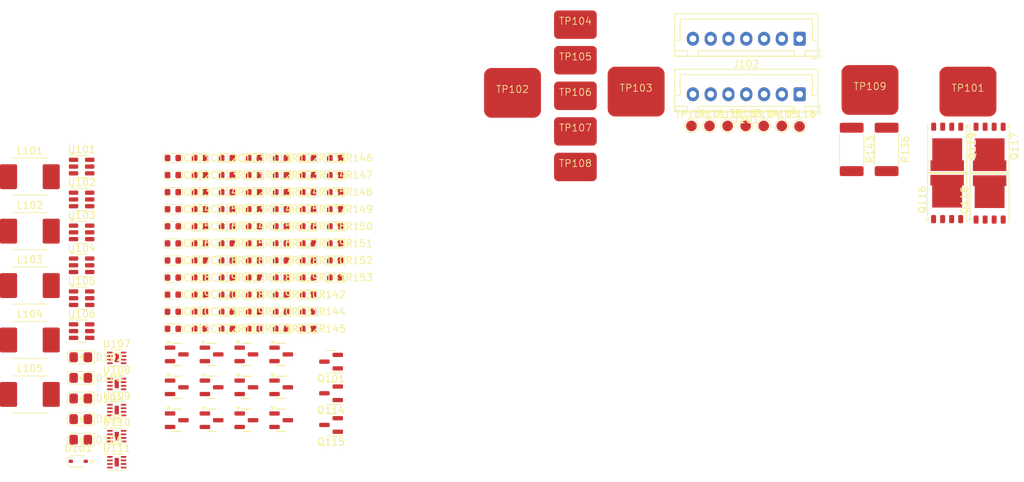
<source format=kicad_pcb>
(kicad_pcb (version 20241229) (generator "pcbnew") (generator_version "9.0")
  (layers (0 "F.Cu" signal) (2 "B.Cu" signal) (13 "F.Paste" user) (15 "B.Paste" user) (5 "F.SilkS" user "F.Silkscreen") (7 "B.SilkS" user "B.Silkscreen") (1 "F.Mask" user) (3 "B.Mask" user) (25 "Edge.Cuts" user))
  (net 0 "")
  (net 1 "Net-(Q101-B)")
  (net 2 "Net-(D104-K)")
  (net 3 "Net-(D105-K)")
  (net 4 "VBATT-")
  (net 5 "Net-(U101-VCC)")
  (net 6 "Net-(U102-VCC)")
  (net 7 "Net-(U103-VCC)")
  (net 8 "Net-(U104-VCC)")
  (net 9 "Net-(U105-VCC)")
  (net 10 "Net-(U106-VCC)")
  (net 11 "Net-(U107-BIAS)")
  (net 12 "VBATT+")
  (net 13 "Net-(U107-SW)")
  (net 14 "Net-(U108-SW)")
  (net 15 "Net-(U108-BIAS)")
  (net 16 "Net-(U109-BIAS)")
  (net 17 "Net-(U109-SW)")
  (net 18 "Net-(U110-BIAS)")
  (net 19 "Net-(U110-SW)")
  (net 20 "Net-(U111-SW)")
  (net 21 "Net-(U111-BIAS)")
  (net 22 "Net-(U107-ISET)")
  (net 23 "Net-(U109-ISET)")
  (net 24 "Net-(U110-ISET)")
  (net 25 "Net-(U111-ISET)")
  (net 26 "Net-(U108-ISET)")
  (net 27 "Net-(D102-K)")
  (net 28 "Net-(D101-A)")
  (net 29 "Net-(D101-K)")
  (net 30 "Net-(D102-A)")
  (net 31 "Net-(D106-A)")
  (net 32 "Net-(D103-K)")
  (net 33 "Net-(D103-A)")
  (net 34 "Net-(D104-A)")
  (net 35 "Net-(D105-A)")
  (net 36 "Net-(D106-K)")
  (net 37 "Net-(Q101-C)")
  (net 38 "Net-(Q102-B)")
  (net 39 "Net-(Q102-C)")
  (net 40 "Net-(Q103-C)")
  (net 41 "Net-(Q103-B)")
  (net 42 "Net-(Q104-B)")
  (net 43 "Net-(Q104-C)")
  (net 44 "Net-(Q105-B)")
  (net 45 "Net-(Q105-C)")
  (net 46 "Net-(Q106-B)")
  (net 47 "Net-(Q106-C)")
  (net 48 "Net-(Q107-B)")
  (net 49 "Net-(Q107-C)")
  (net 50 "Net-(Q108-B)")
  (net 51 "Net-(Q108-C)")
  (net 52 "Net-(Q109-B)")
  (net 53 "Net-(Q109-C)")
  (net 54 "Net-(Q110-C)")
  (net 55 "Net-(Q110-B)")
  (net 56 "Net-(Q111-B)")
  (net 57 "Net-(Q111-C)")
  (net 58 "Net-(Q112-B)")
  (net 59 "Net-(Q112-C)")
  (net 60 "Net-(Q113-C)")
  (net 61 "Net-(Q113-B)")
  (net 62 "Net-(Q115-B)")
  (net 63 "Net-(Q114-E)")
  (net 64 "Net-(U101-OD)")
  (net 65 "Net-(U101-OC)")
  (net 66 "Net-(U102-OD)")
  (net 67 "Net-(U102-OC)")
  (net 68 "Net-(U103-OD)")
  (net 69 "Net-(U103-OC)")
  (net 70 "Net-(U104-OD)")
  (net 71 "Net-(U104-OC)")
  (net 72 "Net-(U105-OD)")
  (net 73 "Net-(U105-OC)")
  (net 74 "Net-(U106-OD)")
  (net 75 "Net-(U106-OC)")
  (net 76 "Net-(U106-VM)")
  (net 88 "Net-(Q114-C)")
  (net 89 "Net-(Q115-E)")
  (net 90 "/P-")
  (net 91 "/B5")
  (net 92 "/B4")
  (net 93 "/B3")
  (net 94 "/B2")
  (net 95 "/B1")
  (net 96 "Net-(Q116-S-Pad1)")
  (footprint "A_Device:C_0603" (layer "F.Cu") (at 55.1292 62.5726)
    (property "Reference" "C120" (at 1.35 0 0) (layer "F.SilkS") (effects (justify left)))
    (property "Value" "1n")
    (pad "1" smd roundrect (at -0.75 0) (size 0.8 0.9) (layers "F.Cu" "F.Mask" "F.Paste") (net 23 "Net-(U109-ISET)") (thermal_bridge_width 0.3))
    (pad "2" smd roundrect (at 0.75 0) (size 0.8 0.9) (layers "F.Cu" "F.Mask" "F.Paste") (net 94 "/B2") (thermal_bridge_width 0.3))
  )
  (footprint "Package_TO_SOT_SMD:SOT-23-6" (layer "F.Cu") (at 38.5042 44.5726)
    (property "Reference" "U101" (at 0 -2.4 0) (layer "F.SilkS"))
    (property "Value" "DW01A")
    (pad "1" smd roundrect (at -1.1375 -0.95) (size 1.325 0.6) (layers "F.Cu" "F.Mask" "F.Paste") (net 64 "Net-(U101-OD)"))
    (pad "2" smd roundrect (at -1.1375 0) (size 1.325 0.6) (layers "F.Cu" "F.Mask" "F.Paste") (net 91 "/B5"))
    (pad "3" smd roundrect (at -1.1375 0.95) (size 1.325 0.6) (layers "F.Cu" "F.Mask" "F.Paste") (net 65 "Net-(U101-OC)"))
    (pad "4" smd roundrect (at 1.1375 0.95) (size 1.325 0.6) (layers "F.Cu" "F.Mask" "F.Paste"))
    (pad "5" smd roundrect (at 1.1375 0) (size 1.325 0.6) (layers "F.Cu" "F.Mask" "F.Paste") (net 5 "Net-(U101-VCC)"))
    (pad "6" smd roundrect (at 1.1375 -0.95) (size 1.325 0.6) (layers "F.Cu" "F.Mask" "F.Paste") (net 91 "/B5"))
  )
  (footprint "PCM_JLCPCB:Q_SOT-23" (layer "F.Cu") (at 51.8742 75.5976)
    (property "Reference" "Q103" (hide yes))
    (property "Value" "MMBT5401")
    (pad "1" smd roundrect (at -0.94 -0.95) (size 1.48 0.6) (layers "F.Cu" "F.Mask" "F.Paste") (net 41 "Net-(Q103-B)"))
    (pad "2" smd roundrect (at -0.94 0.95) (size 1.48 0.6) (layers "F.Cu" "F.Mask" "F.Paste") (net 12 "VBATT+"))
    (pad "3" smd roundrect (at 0.94 0) (size 1.48 0.6) (layers "F.Cu" "F.Mask" "F.Paste") (net 40 "Net-(Q103-C)"))
  )
  (footprint "A_Misc:TestPad_7x8" (layer "F.Cu") (at 99.06 34.2138)
    (property "Reference" "TP102" (at 0 -0.5 0) (layer "F.SilkS") (effects (font (thickness 0.1))))
    (property "Value" "P+")
    (pad "1" smd roundrect (at 0 0) (size 8 7) (layers "F.Cu" "F.Mask" "F.Paste") (roundrect_rratio 0.15) (net 12 "VBATT+"))
  )
  (footprint "A_Device:C_0603" (layer "F.Cu") (at 55.1292 64.9726)
    (property "Reference" "C121" (at 1.35 0 0) (layer "F.SilkS") (effects (justify left)))
    (property "Value" "1n")
    (pad "1" smd roundrect (at -0.75 0) (size 0.8 0.9) (layers "F.Cu" "F.Mask" "F.Paste") (net 24 "Net-(U110-ISET)") (thermal_bridge_width 0.3))
    (pad "2" smd roundrect (at 0.75 0) (size 0.8 0.9) (layers "F.Cu" "F.Mask" "F.Paste") (net 95 "/B1") (thermal_bridge_width 0.3))
  )
  (footprint "A_Device:R_0603" (layer "F.Cu") (at 70.3292 48.1726)
    (property "Reference" "R135" (at 1.35 0 0) (layer "F.SilkS") (effects (justify left)))
    (property "Value" "1M")
    (pad "1" smd roundrect (at -0.75 0) (size 0.8 0.9) (layers "F.Cu" "F.Mask" "F.Paste") (net 63 "Net-(Q114-E)") (thermal_bridge_width 0.3))
    (pad "2" smd roundrect (at 0.75 0) (size 0.8 0.9) (layers "F.Cu" "F.Mask" "F.Paste") (net 4 "VBATT-") (thermal_bridge_width 0.3))
  )
  (footprint "TestPoint:TestPoint_Pad_D1.5mm" (layer "F.Cu") (at 126.746 38.862)
    (property "Reference" "TP111" (at 0 -1.648 0) (layer "F.SilkS"))
    (property "Value" "B5")
    (pad "1" smd circle (at 0 0) (size 1.5 1.5) (layers "F.Cu" "F.Mask") (net 91 "/B5"))
  )
  (footprint "A_Device:R_0603" (layer "F.Cu") (at 62.7292 62.5726)
    (property "Reference" "R119" (at 1.35 0 0) (layer "F.SilkS") (effects (justify left)))
    (property "Value" "1M")
    (pad "1" smd roundrect (at -0.75 0) (size 0.8 0.9) (layers "F.Cu" "F.Mask" "F.Paste") (net 66 "Net-(U102-OD)") (thermal_bridge_width 0.3))
    (pad "2" smd roundrect (at 0.75 0) (size 0.8 0.9) (layers "F.Cu" "F.Mask" "F.Paste") (net 42 "Net-(Q104-B)") (thermal_bridge_width 0.3))
  )
  (footprint "A_Device:L_6.6x7.0mm" (layer "F.Cu") (at 31.2292 53.6476)
    (property "Reference" "L102" (at 0 -3.65 0) (layer "F.SilkS"))
    (property "Value" "1uH")
    (pad "1" smd roundrect (at -3 0) (size 2.4 3.5) (layers "F.Cu" "F.Mask" "F.Paste") (roundrect_rratio 0.09615384615) (net 14 "Net-(U108-SW)") (thermal_bridge_width 1))
    (pad "2" smd roundrect (at 3 0) (size 2.4 3.5) (layers "F.Cu" "F.Mask" "F.Paste") (roundrect_rratio 0.09615384615) (net 92 "/B4") (thermal_bridge_width 1))
  )
  (footprint "Package_TO_SOT_SMD:SOT-23-6" (layer "F.Cu") (at 38.5042 49.1976)
    (property "Reference" "U102" (at 0 -2.4 0) (layer "F.SilkS"))
    (property "Value" "DW01A")
    (pad "1" smd roundrect (at -1.1375 -0.95) (size 1.325 0.6) (layers "F.Cu" "F.Mask" "F.Paste") (net 66 "Net-(U102-OD)"))
    (pad "2" smd roundrect (at -1.1375 0) (size 1.325 0.6) (layers "F.Cu" "F.Mask" "F.Paste") (net 92 "/B4"))
    (pad "3" smd roundrect (at -1.1375 0.95) (size 1.325 0.6) (layers "F.Cu" "F.Mask" "F.Paste") (net 67 "Net-(U102-OC)"))
    (pad "4" smd roundrect (at 1.1375 0.95) (size 1.325 0.6) (layers "F.Cu" "F.Mask" "F.Paste"))
    (pad "5" smd roundrect (at 1.1375 0) (size 1.325 0.6) (layers "F.Cu" "F.Mask" "F.Paste") (net 6 "Net-(U102-VCC)"))
    (pad "6" smd roundrect (at 1.1375 -0.95) (size 1.325 0.6) (layers "F.Cu" "F.Mask" "F.Paste") (net 92 "/B4"))
  )
  (footprint "A_Device:C_0603" (layer "F.Cu") (at 51.3292 64.9726)
    (property "Reference" "C110" (at 1.35 0 0) (layer "F.SilkS") (effects (justify left)))
    (property "Value" "10n")
    (pad "1" smd roundrect (at -0.75 0) (size 0.8 0.9) (layers "F.Cu" "F.Mask" "F.Paste") (net 92 "/B4") (thermal_bridge_width 0.3))
    (pad "2" smd roundrect (at 0.75 0) (size 0.8 0.9) (layers "F.Cu" "F.Mask" "F.Paste") (net 93 "/B3") (thermal_bridge_width 0.3))
  )
  (footprint "A_Device:R_0603" (layer "F.Cu") (at 74.1292 50.5726)
    (property "Reference" "R149" (at 1.35 0 0) (layer "F.SilkS") (effects (justify left)))
    (property "Value" "25K")
    (pad "1" smd roundrect (at -0.75 0) (size 0.8 0.9) (layers "F.Cu" "F.Mask" "F.Paste") (net 22 "Net-(U107-ISET)") (thermal_bridge_width 0.3))
    (pad "2" smd roundrect (at 0.75 0) (size 0.8 0.9) (layers "F.Cu" "F.Mask" "F.Paste") (net 92 "/B4") (thermal_bridge_width 0.3))
  )
  (footprint "A_Device:R_0603" (layer "F.Cu") (at 74.1292 57.7726)
    (property "Reference" "R152" (at 1.35 0 0) (layer "F.SilkS") (effects (justify left)))
    (property "Value" "25K")
    (pad "1" smd roundrect (at -0.75 0) (size 0.8 0.9) (layers "F.Cu" "F.Mask" "F.Paste") (net 25 "Net-(U111-ISET)") (thermal_bridge_width 0.3))
    (pad "2" smd roundrect (at 0.75 0) (size 0.8 0.9) (layers "F.Cu" "F.Mask" "F.Paste") (net 4 "VBATT-") (thermal_bridge_width 0.3))
  )
  (footprint "A_Device:C_0603" (layer "F.Cu") (at 55.1292 43.3726)
    (property "Reference" "C112" (at 1.35 0 0) (layer "F.SilkS") (effects (justify left)))
    (property "Value" "10n")
    (pad "1" smd roundrect (at -0.75 0) (size 0.8 0.9) (layers "F.Cu" "F.Mask" "F.Paste") (net 94 "/B2") (thermal_bridge_width 0.3))
    (pad "2" smd roundrect (at 0.75 0) (size 0.8 0.9) (layers "F.Cu" "F.Mask" "F.Paste") (net 95 "/B1") (thermal_bridge_width 0.3))
  )
  (footprint "A_Device:C_0603" (layer "F.Cu") (at 55.1292 45.7726)
    (property "Reference" "C113" (at 1.35 0 0) (layer "F.SilkS") (effects (justify left)))
    (property "Value" "10n")
    (pad "1" smd roundrect (at -0.75 0) (size 0.8 0.9) (layers "F.Cu" "F.Mask" "F.Paste") (net 95 "/B1") (thermal_bridge_width 0.3))
    (pad "2" smd roundrect (at 0.75 0) (size 0.8 0.9) (layers "F.Cu" "F.Mask" "F.Paste") (net 4 "VBATT-") (thermal_bridge_width 0.3))
  )
  (footprint "A_Device:R_0603" (layer "F.Cu") (at 70.3292 52.9726)
    (property "Reference" "R138" (at 1.35 0 0) (layer "F.SilkS") (effects (justify left)))
    (property "Value" "1k")
    (pad "1" smd roundrect (at -0.75 0) (size 0.8 0.9) (layers "F.Cu" "F.Mask" "F.Paste") (net 6 "Net-(U102-VCC)") (thermal_bridge_width 0.3))
    (pad "2" smd roundrect (at 0.75 0) (size 0.8 0.9) (layers "F.Cu" "F.Mask" "F.Paste") (net 91 "/B5") (thermal_bridge_width 0.3))
  )
  (footprint "A_Device:R_0603" (layer "F.Cu") (at 62.7292 48.1726)
    (property "Reference" "R113" (at 1.35 0 0) (layer "F.SilkS") (effects (justify left)))
    (property "Value" "1M")
    (pad "1" smd roundrect (at -0.75 0) (size 0.8 0.9) (layers "F.Cu" "F.Mask" "F.Paste") (net 4 "VBATT-") (thermal_bridge_width 0.3))
    (pad "2" smd roundrect (at 0.75 0) (size 0.8 0.9) (layers "F.Cu" "F.Mask" "F.Paste") (net 1 "Net-(Q101-B)") (thermal_bridge_width 0.3))
  )
  (footprint "A_Device:R_0603" (layer "F.Cu") (at 70.3292 62.5726)
    (property "Reference" "R142" (at 1.35 0 0) (layer "F.SilkS") (effects (justify left)))
    (property "Value" "1k")
    (pad "1" smd roundrect (at -0.75 0) (size 0.8 0.9) (layers "F.Cu" "F.Mask" "F.Paste") (net 10 "Net-(U106-VCC)") (thermal_bridge_width 0.3))
    (pad "2" smd roundrect (at 0.75 0) (size 0.8 0.9) (layers "F.Cu" "F.Mask" "F.Paste") (net 95 "/B1") (thermal_bridge_width 0.3))
  )
  (footprint "A_Device:R_0603" (layer "F.Cu") (at 62.7292 67.3726)
    (property "Reference" "R121" (at 1.35 0 0) (layer "F.SilkS") (effects (justify left)))
    (property "Value" "1M")
    (pad "1" smd roundrect (at -0.75 0) (size 0.8 0.9) (layers "F.Cu" "F.Mask" "F.Paste") (net 68 "Net-(U103-OD)") (thermal_bridge_width 0.3))
    (pad "2" smd roundrect (at 0.75 0) (size 0.8 0.9) (layers "F.Cu" "F.Mask" "F.Paste") (net 46 "Net-(Q106-B)") (thermal_bridge_width 0.3))
  )
  (footprint "A_Device:R_0603" (layer "F.Cu") (at 70.3292 64.9726)
    (property "Reference" "R144" (at 1.35 0 0) (layer "F.SilkS") (effects (justify left)))
    (property "Value" "1k")
    (pad "1" smd roundrect (at -0.75 0) (size 0.8 0.9) (layers "F.Cu" "F.Mask" "F.Paste") (net 12 "VBATT+") (thermal_bridge_width 0.3))
    (pad "2" smd roundrect (at 0.75 0) (size 0.8 0.9) (layers "F.Cu" "F.Mask" "F.Paste") (net 30 "Net-(D102-A)") (thermal_bridge_width 0.3))
  )
  (footprint "A_Device:R_0603" (layer "F.Cu") (at 74.1292 43.3726)
    (property "Reference" "R146" (at 1.35 0 0) (layer "F.SilkS") (effects (justify left)))
    (property "Value" "1k")
    (pad "1" smd roundrect (at -0.75 0) (size 0.8 0.9) (layers "F.Cu" "F.Mask" "F.Paste") (net 92 "/B4") (thermal_bridge_width 0.3))
    (pad "2" smd roundrect (at 0.75 0) (size 0.8 0.9) (layers "F.Cu" "F.Mask" "F.Paste") (net 31 "Net-(D106-A)") (thermal_bridge_width 0.3))
  )
  (footprint "A_Device:R_0603" (layer "F.Cu") (at 62.7292 57.7726)
    (property "Reference" "R117" (at 1.35 0 0) (layer "F.SilkS") (effects (justify left)))
    (property "Value" "1M")
    (pad "1" smd roundrect (at -0.75 0) (size 0.8 0.9) (layers "F.Cu" "F.Mask" "F.Paste") (net 64 "Net-(U101-OD)") (thermal_bridge_width 0.3))
    (pad "2" smd roundrect (at 0.75 0) (size 0.8 0.9) (layers "F.Cu" "F.Mask" "F.Paste") (net 38 "Net-(Q102-B)") (thermal_bridge_width 0.3))
  )
  (footprint "Package_DFN_QFN:DFN-8-1EP_2x2mm_P0.5mm_EP0.6x1.2mm" (layer "F.Cu") (at 43.4392 78.7926)
    (property "Reference" "U109" (at 0 -1.95 0) (layer "F.SilkS"))
    (property "Value" "ETA3000D2I")
    (pad "1" smd roundrect (at -0.9625 -0.75) (size 0.775 0.25) (layers "F.Cu" "F.Mask" "F.Paste") (net 93 "/B3"))
    (pad "2" smd roundrect (at -0.9625 -0.25) (size 0.775 0.25) (layers "F.Cu" "F.Mask" "F.Paste") (net 92 "/B4"))
    (pad "3" smd roundrect (at -0.9625 0.25) (size 0.775 0.25) (layers "F.Cu" "F.Mask" "F.Paste") (net 17 "Net-(U109-SW)"))
    (pad "4" smd roundrect (at -0.9625 0.75) (size 0.775 0.25) (layers "F.Cu" "F.Mask" "F.Paste") (net 94 "/B2"))
    (pad "5" smd roundrect (at 0.9625 0.75) (size 0.775 0.25) (layers "F.Cu" "F.Mask" "F.Paste") (net 16 "Net-(U109-BIAS)"))
    (pad "6" smd roundrect (at 0.9625 0.25) (size 0.775 0.25) (layers "F.Cu" "F.Mask" "F.Paste") (net 36 "Net-(D106-K)"))
    (pad "7" smd roundrect (at 0.9625 -0.25) (size 0.775 0.25) (layers "F.Cu" "F.Mask" "F.Paste") (net 23 "Net-(U109-ISET)"))
    (pad "8" smd roundrect (at 0.9625 -0.75) (size 0.775 0.25) (layers "F.Cu" "F.Mask" "F.Paste"))
    (pad "9" smd rect (at 0 0) (size 0.6 1.2) (property pad_prop_heatsink) (layers "F.Cu" "F.Mask"))
  )
  (footprint "A_Device:R_0603" (layer "F.Cu") (at 58.9292 50.5726)
    (property "Reference" "R103" (at 1.35 0 0) (layer "F.SilkS") (effects (justify left)))
    (property "Value" "1M")
    (pad "1" smd roundrect (at -0.75 0) (size 0.8 0.9) (layers "F.Cu" "F.Mask" "F.Paste") (net 51 "Net-(Q108-C)") (thermal_bridge_width 0.3))
    (pad "2" smd roundrect (at 0.75 0) (size 0.8 0.9) (layers "F.Cu" "F.Mask" "F.Paste") (net 47 "Net-(Q106-C)") (thermal_bridge_width 0.3))
  )
  (footprint "A_IC_SOT:SOT-23_jlc" (layer "F.Cu") (at 73.1607 80.8888)
    (property "Reference" "Q115" (at 0.4 2.4 180) (layer "F.SilkS"))
    (property "Value" "BFS20")
    (pad "1" smd roundrect (at 1.3375 0.95 180) (size 1.475 0.6) (layers "F.Cu" "F.Mask" "F.Paste") (net 62 "Net-(Q115-B)"))
    (pad "2" smd roundrect (at 1.3375 -0.95 180) (size 1.475 0.6) (layers "F.Cu" "F.Mask" "F.Paste") (net 89 "Net-(Q115-E)"))
    (pad "3" smd roundrect (at -0.5375 0 180) (size 1.475 0.6) (layers "F.Cu" "F.Mask" "F.Paste") (net 37 "Net-(Q101-C)"))
  )
  (footprint "A_Device:D_SOD-323_1.8x1.4x1.15" (layer "F.Cu") (at 38.0292 85.9976)
    (property "Reference" "D101" (at 0 -1.85 0) (layer "F.SilkS"))
    (property "Value" "1N4148WS")
    (fp_text user "+" (at 1.9 0 90) (layer "F.SilkS") (effects (font (size 0.9 0.9) (thickness 0.1))))
    (pad "1" smd roundrect (at -1.05 0) (size 0.6 0.45) (layers "F.Cu" "F.Mask" "F.Paste") (net 29 "Net-(D101-K)"))
    (pad "2" smd roundrect (at 1.05 0) (size 0.6 0.45) (layers "F.Cu" "F.Mask" "F.Paste") (net 28 "Net-(D101-A)"))
  )
  (footprint "A_Device:C_0603" (layer "F.Cu") (at 51.3292 52.9726)
    (property "Reference" "C105" (at 1.35 0 0) (layer "F.SilkS") (effects (justify left)))
    (property "Value" "100n")
    (pad "1" smd roundrect (at -0.75 0) (size 0.8 0.9) (layers "F.Cu" "F.Mask" "F.Paste") (net 8 "Net-(U104-VCC)") (thermal_bridge_width 0.3))
    (pad "2" smd roundrect (at 0.75 0) (size 0.8 0.9) (layers "F.Cu" "F.Mask" "F.Paste") (net 94 "/B2") (thermal_bridge_width 0.3))
  )
  (footprint "A_Device:L_6.6x7.0mm" (layer "F.Cu") (at 31.2292 45.9976)
    (property "Reference" "L101" (at 0 -3.65 0) (layer "F.SilkS"))
    (property "Value" "1uH")
    (pad "1" smd roundrect (at -3 0) (size 2.4 3.5) (layers "F.Cu" "F.Mask" "F.Paste") (roundrect_rratio 0.09615384615) (net 13 "Net-(U107-SW)") (thermal_bridge_width 1))
    (pad "2" smd roundrect (at 3 0) (size 2.4 3.5) (layers "F.Cu" "F.Mask" "F.Paste") (roundrect_rratio 0.09615384615) (net 91 "/B5") (thermal_bridge_width 1))
  )
  (footprint "A_Device:R_0603" (layer "F.Cu") (at 58.9292 48.1726)
    (property "Reference" "R102" (at 1.35 0 0) (layer "F.SilkS") (effects (justify left)))
    (property "Value" "1M")
    (pad "1" smd roundrect (at -0.75 0) (size 0.8 0.9) (layers "F.Cu" "F.Mask" "F.Paste") (net 47 "Net-(Q106-C)") (thermal_bridge_width 0.3))
    (pad "2" smd roundrect (at 0.75 0) (size 0.8 0.9) (layers "F.Cu" "F.Mask" "F.Paste") (net 43 "Net-(Q104-C)") (thermal_bridge_width 0.3))
  )
  (footprint "Package_DFN_QFN:PQFN-8-EP_6x5mm_P1.27mm_Generic" (layer "F.Cu") (at 166.116 49.3 90)
    (property "Reference" "Q118" (at 0 -3.5 90) (layer "F.SilkS"))
    (property "Value" "HYG025N04NA1C2")
    (pad "1" smd roundrect (at -2.725 -1.905 180) (size 0.7 1.15) (layers "F.Cu" "F.Mask" "F.Paste") (net 96 "Net-(Q116-S-Pad1)"))
    (pad "2" smd roundrect (at -2.725 -0.635 180) (size 0.7 1.15) (layers "F.Cu" "F.Mask" "F.Paste") (net 96 "Net-(Q116-S-Pad1)"))
    (pad "3" smd roundrect (at -2.725 0.635 180) (size 0.7 1.15) (layers "F.Cu" "F.Mask" "F.Paste") (net 96 "Net-(Q116-S-Pad1)"))
    (pad "4" smd roundrect (at -2.725 1.905 180) (size 0.7 1.15) (layers "F.Cu" "F.Mask" "F.Paste") (net 37 "Net-(Q101-C)"))
    (pad "5" smd custom (at 0 0 180) (size 4 2) (layers "F.Cu" "F.Mask") (net 62 "Net-(Q115-B)") (options (clearance outline) (anchor rect)) (primitives (gr_poly (pts (xy -2.35 3.5) (xy 2.35 3.5) (xy 2.35 2) (xy 2.1 2) (xy 2.1 -1.1) (xy -2.1 -1.1) (xy -2.1 2) (xy -2.35 2)) (width 0) (fill yes))))
  )
  (footprint "A_IC_SOT:SOT-23_jlc" (layer "F.Cu") (at 73.1607 76.4388)
    (property "Reference" "Q114" (at 0.4 2.4 180) (layer "F.SilkS"))
    (property "Value" "BFS20")
    (pad "1" smd roundrect (at 1.3375 0.95 180) (size 1.475 0.6) (layers "F.Cu" "F.Mask" "F.Paste") (net 29 "Net-(D101-K)"))
    (pad "2" smd roundrect (at 1.3375 -0.95 180) (size 1.475 0.6) (layers "F.Cu" "F.Mask" "F.Paste") (net 63 "Net-(Q114-E)"))
    (pad "3" smd roundrect (at -0.5375 0 180) (size 1.475 0.6) (layers "F.Cu" "F.Mask" "F.Paste") (net 88 "Net-(Q114-C)"))
  )
  (footprint "Package_DFN_QFN:DFN-8-1EP_2x2mm_P0.5mm_EP0.6x1.2mm" (layer "F.Cu") (at 43.4392 71.4626)
    (property "Reference" "U107" (at 0 -1.95 0) (layer "F.SilkS"))
    (property "Value" "ETA3000D2I")
    (pad "1" smd roundrect (at -0.9625 -0.75) (size 0.775 0.25) (layers "F.Cu" "F.Mask" "F.Paste") (net 91 "/B5"))
    (pad "2" smd roundrect (at -0.9625 -0.25) (size 0.775 0.25) (layers "F.Cu" "F.Mask" "F.Paste") (net 12 "VBATT+"))
    (pad "3" smd roundrect (at -0.9625 0.25) (size 0.775 0.25) (layers "F.Cu" "F.Mask" "F.Paste") (net 13 "Net-(U107-SW)"))
    (pad "4" smd roundrect (at -0.9625 0.75) (size 0.775 0.25) (layers "F.Cu" "F.Mask" "F.Paste") (net 92 "/B4"))
    (pad "5" smd roundrect (at 0.9625 0.75) (size 0.775 0.25) (layers "F.Cu" "F.Mask" "F.Paste") (net 11 "Net-(U107-BIAS)"))
    (pad "6" smd roundrect (at 0.9625 0.25) (size 0.775 0.25) (layers "F.Cu" "F.Mask" "F.Paste") (net 27 "Net-(D102-K)"))
    (pad "7" smd roundrect (at 0.9625 -0.25) (size 0.775 0.25) (layers "F.Cu" "F.Mask" "F.Paste") (net 22 "Net-(U107-ISET)"))
    (pad "8" smd roundrect (at 0.9625 -0.75) (size 0.775 0.25) (layers "F.Cu" "F.Mask" "F.Paste"))
    (pad "9" smd rect (at 0 0) (size 0.6 1.2) (property pad_prop_heatsink) (layers "F.Cu" "F.Mask"))
  )
  (footprint "A_Device:R_0603" (layer "F.Cu") (at 58.9292 45.7726)
    (property "Reference" "R101" (at 1.35 0 0) (layer "F.SilkS") (effects (justify left)))
    (property "Value" "1M")
    (pad "1" smd roundrect (at -0.75 0) (size 0.8 0.9) (layers "F.Cu" "F.Mask" "F.Paste") (net 43 "Net-(Q104-C)") (thermal_bridge_width 0.3))
    (pad "2" smd roundrect (at 0.75 0) (size 0.8 0.9) (layers "F.Cu" "F.Mask" "F.Paste") (net 39 "Net-(Q102-C)") (thermal_bridge_width 0.3))
  )
  (footprint "A_Device:R_0603" (layer "F.Cu") (at 66.5292 57.7726)
    (property "Reference" "R128" (at 1.35 0 0) (layer "F.SilkS") (effects (justify left)))
    (property "Value" "1M")
    (pad "1" smd roundrect (at -0.75 0) (size 0.8 0.9) (layers "F.Cu" "F.Mask" "F.Paste") (net 75 "Net-(U106-OC)") (thermal_bridge_width 0.3))
    (pad "2" smd roundrect (at 0.75 0) (size 0.8 0.9) (layers "F.Cu" "F.Mask" "F.Paste") (net 61 "Net-(Q113-B)") (thermal_bridge_width 0.3))
  )
  (footprint "A_Device:C_0603" (layer "F.Cu") (at 51.3292 48.1726)
    (property "Reference" "C103" (at 1.35 0 0) (layer "F.SilkS") (effects (justify left)))
    (property "Value" "100n")
    (pad "1" smd roundrect (at -0.75 0) (size 0.8 0.9) (layers "F.Cu" "F.Mask" "F.Paste") (net 6 "Net-(U102-VCC)") (thermal_bridge_width 0.3))
    (pad "2" smd roundrect (at 0.75 0) (size 0.8 0.9) (layers "F.Cu" "F.Mask" "F.Paste") (net 92 "/B4") (thermal_bridge_width 0.3))
  )
  (footprint "PCM_JLCPCB:Q_SOT-23" (layer "F.Cu") (at 61.6542 70.9726)
    (property "Reference" "Q108" (hide yes))
    (property "Value" "MMBT5401")
    (pad "1" smd roundrect (at -0.94 -0.95) (size 1.48 0.6) (layers "F.Cu" "F.Mask" "F.Paste") (net 50 "Net-(Q108-B)"))
    (pad "2" smd roundrect (at -0.94 0.95) (size 1.48 0.6) (layers "F.Cu" "F.Mask" "F.Paste") (net 93 "/B3"))
    (pad "3" smd roundrect (at 0.94 0) (size 1.48 0.6) (layers "F.Cu" "F.Mask" "F.Paste") (net 51 "Net-(Q108-C)"))
  )
  (footprint "A_Misc:TestPad_4x6" (layer "F.Cu") (at 107.8992 29.6278)
    (property "Reference" "TP105" (at 0 -0.5 0) (layer "F.SilkS") (effects (font (thickness 0.1))))
    (property "Value" "B4")
    (pad "1" smd roundrect (at 0 0) (size 6 4) (layers "F.Cu" "F.Mask" "F.Paste") (roundrect_rratio 0.15) (net 92 "/B4"))
  )
  (footprint "A_Device:R_0603" (layer "F.Cu") (at 62.7292 60.1726)
    (property "Reference" "R118" (at 1.35 0 0) (layer "F.SilkS") (effects (justify left)))
    (property "Value" "1M")
    (pad "1" smd roundrect (at -0.75 0) (size 0.8 0.9) (layers "F.Cu" "F.Mask" "F.Paste") (net 65 "Net-(U101-OC)") (thermal_bridge_width 0.3))
    (pad "2" smd roundrect (at 0.75 0) (size 0.8 0.9) (layers "F.Cu" "F.Mask" "F.Paste") (net 41 "Net-(Q103-B)") (thermal_bridge_width 0.3))
  )
  (footprint "A_Device:R_0603" (layer "F.Cu") (at 58.9292 64.9726)
    (property "Reference" "R109" (at 1.35 0 0) (layer "F.SilkS") (effects (justify left)))
    (property "Value" "1M")
    (pad "1" smd roundrect (at -0.75 0) (size 0.8 0.9) (layers "F.Cu" "F.Mask" "F.Paste") (net 53 "Net-(Q109-C)") (thermal_bridge_width 0.3))
    (pad "2" smd roundrect (at 0.75 0) (size 0.8 0.9) (layers "F.Cu" "F.Mask" "F.Paste") (net 49 "Net-(Q107-C)") (thermal_bridge_width 0.3))
  )
  (footprint "Package_DFN_QFN:DFN-8-1EP_2x2mm_P0.5mm_EP0.6x1.2mm" (layer "F.Cu") (at 43.4392 75.1276)
    (property "Reference" "U108" (at 0 -1.95 0) (layer "F.SilkS"))
    (property "Value" "ETA3000D2I")
    (pad "1" smd roundrect (at -0.9625 -0.75) (size 0.775 0.25) (layers "F.Cu" "F.Mask" "F.Paste") (net 92 "/B4"))
    (pad "2" smd roundrect (at -0.9625 -0.25) (size 0.775 0.25) (layers "F.Cu" "F.Mask" "F.Paste") (net 91 "/B5"))
    (pad "3" smd roundrect (at -0.9625 0.25) (size 0.775 0.25) (layers "F.Cu" "F.Mask" "F.Paste") (net 14 "Net-(U108-SW)"))
    (pad "4" smd roundrect (at -0.9625 0.75) (size 0.775 0.25) (layers "F.Cu" "F.Mask" "F.Paste") (net 93 "/B3"))
    (pad "5" smd roundrect (at 0.9625 0.75) (size 0.775 0.25) (layers "F.Cu" "F.Mask" "F.Paste") (net 15 "Net-(U108-BIAS)"))
    (pad "6" smd roundrect (at 0.9625 0.25) (size 0.775 0.25) (layers "F.Cu" "F.Mask" "F.Paste") (net 32 "Net-(D103-K)"))
    (pad "7" smd roundrect (at 0.9625 -0.25) (size 0.775 0.25) (layers "F.Cu" "F.Mask" "F.Paste") (net 26 "Net-(U108-ISET)"))
    (pad "8" smd roundrect (at 0.9625 -0.75) (size 0.775 0.25) (layers "F.Cu" "F.Mask" "F.Paste"))
    (pad "9" smd rect (at 0 0) (size 0.6 1.2) (property pad_prop_heatsink) (layers "F.Cu" "F.Mask"))
  )
  (footprint "PCM_JLCPCB:Q_SOT-23" (layer "F.Cu") (at 61.6542 80.2226)
    (property "Reference" "Q110" (hide yes))
    (property "Value" "MMBT5401")
    (pad "1" smd roundrect (at -0.94 -0.95) (size 1.48 0.6) (layers "F.Cu" "F.Mask" "F.Paste") (net 55 "Net-(Q110-B)"))
    (pad "2" smd roundrect (at -0.94 0.95) (size 1.48 0.6) (layers "F.Cu" "F.Mask" "F.Paste") (net 94 "/B2"))
    (pad "3" smd roundrect (at 0.94 0) (size 1.48 0.6) (layers "F.Cu" "F.Mask" "F.Paste") (net 54 "Net-(Q110-C)"))
  )
  (footprint "A_Passive:LED_0805" (layer "F.Cu") (at 38.3792 71.3726)
    (property "Reference" "D102" (at 2 0 0) (layer "F.SilkS") (effects (justify left)))
    (property "Value" "5-6")
    (pad "1" smd roundrect (at -1 0) (size 1.2 1.4) (layers "F.Cu" "F.Mask" "F.Paste") (net 27 "Net-(D102-K)"))
    (pad "2" smd roundrect (at 1 0) (size 1.2 1.4) (layers "F.Cu" "F.Mask" "F.Paste") (net 30 "Net-(D102-A)"))
  )
  (footprint "A_Device:R_0603" (layer "F.Cu") (at 62.7292 43.3726)
    (property "Reference" "R111" (at 1.35 0 0) (layer "F.SilkS") (effects (justify left)))
    (property "Value" "1M")
    (pad "1" smd roundrect (at -0.75 0) (size 0.8 0.9) (layers "F.Cu" "F.Mask" "F.Paste") (net 60 "Net-(Q113-C)") (thermal_bridge_width 0.3))
    (pad "2" smd roundrect (at 0.75 0) (size 0.8 0.9) (layers "F.Cu" "F.Mask" "F.Paste") (net 57 "Net-(Q111-C)") (thermal_bridge_width 0.3))
  )
  (footprint "A_Misc:TestPad_4x6" (layer "F.Cu") (at 107.8992 34.6278)
    (property "Reference" "TP106" (at 0 -0.5 0) (layer "F.SilkS") (effects (font (thickness 0.1))))
    (property "Value" "B3")
    (pad "1" smd roundrect (at 0 0) (size 6 4) (layers "F.Cu" "F.Mask" "F.Paste") (roundrect_rratio 0.15) (net 93 "/B3"))
  )
  (footprint "A_Passive:LED_0805" (layer "F.Cu") (at 38.3792 77.1726)
    (property "Reference" "D104" (at 2 0 0) (layer "F.SilkS") (effects (justify left)))
    (property "Value" "2-3")
    (pad "1" smd roundrect (at -1 0) (size 1.2 1.4) (layers "F.Cu" "F.Mask" "F.Paste") (net 2 "Net-(D104-K)"))
    (pad "2" smd roundrect (at 1 0) (size 1.2 1.4) (layers "F.Cu" "F.Mask" "F.Paste") (net 34 "Net-(D104-A)"))
  )
  (footprint "Package_DFN_QFN:PQFN-8-EP_6x5mm_P1.27mm_Generic" (layer "F.Cu") (at 166.116 41.704 -90)
    (property "Reference" "Q117" (at 0 -3.5 90) (layer "F.SilkS"))
    (property "Value" "HYG025N04NA1C2")
    (pad "1" smd roundrect (at -2.725 -1.905) (size 0.7 1.15) (layers "F.Cu" "F.Mask" "F.Paste") (net 90 "/P-"))
    (pad "2" smd roundrect (at -2.725 -0.635) (size 0.7 1.15) (layers "F.Cu" "F.Mask" "F.Paste") (net 90 "/P-"))
    (pad "3" smd roundrect (at -2.725 0.635) (size 0.7 1.15) (layers "F.Cu" "F.Mask" "F.Paste") (net 90 "/P-"))
    (pad "4" smd roundrect (at -2.725 1.905) (size 0.7 1.15) (layers "F.Cu" "F.Mask" "F.Paste") (net 88 "Net-(Q114-C)"))
    (pad "5" smd custom (at 0 0) (size 4 2) (layers "F.Cu" "F.Mask") (net 62 "Net-(Q115-B)") (options (clearance outline) (anchor rect)) (primitives (gr_poly (pts (xy -2.35 3.5) (xy 2.35 3.5) (xy 2.35 2) (xy 2.1 2) (xy 2.1 -1.1) (xy -2.1 -1.1) (xy -2.1 2) (xy -2.35 2)) (width 0) (fill yes))))
  )
  (footprint "A_Device:C_0603" (layer "F.Cu") (at 51.3292 50.5726)
    (property "Reference" "C104" (at 1.35 0 0) (layer "F.SilkS") (effects (justify left)))
    (property "Value" "100n")
    (pad "1" smd roundrect (at -0.75 0) (size 0.8 0.9) (layers "F.Cu" "F.Mask" "F.Paste") (net 7 "Net-(U103-VCC)") (thermal_bridge_width 0.3))
    (pad "2" smd roundrect (at 0.75 0) (size 0.8 0.9) (layers "F.Cu" "F.Mask" "F.Paste") (net 93 "/B3") (thermal_bridge_width 0.3))
  )
  (footprint "PCM_JLCPCB:Q_SOT-23" (layer "F.Cu") (at 51.8742 80.2226)
    (property "Reference" "Q104" (hide yes))
    (property "Value" "MMBT5401")
    (pad "1" smd roundrect (at -0.94 -0.95) (size 1.48 0.6) (layers "F.Cu" "F.Mask" "F.Paste") (net 42 "Net-(Q104-B)"))
    (pad "2" smd roundrect (at -0.94 0.95) (size 1.48 0.6) (layers "F.Cu" "F.Mask" "F.Paste") (net 91 "/B5"))
    (pad "3" smd roundrect (at 0.94 0) (size 1.48 0.6) (layers "F.Cu" "F.Mask" "F.Paste") (net 43 "Net-(Q104-C)"))
  )
  (footprint "A_Device:C_0603" (layer "F.Cu") (at 55.1292 50.5726)
    (property "Reference" "C115" (at 1.35 0 0) (layer "F.SilkS") (effects (justify left)))
    (property "Value" "10n")
    (pad "1" smd roundrect (at -0.75 0) (size 0.8 0.9) (layers "F.Cu" "F.Mask" "F.Paste") (net 15 "Net-(U108-BIAS)") (thermal_bridge_width 0.3))
    (pad "2" smd roundrect (at 0.75 0) (size 0.8 0.9) (layers "F.Cu" "F.Mask" "F.Paste") (net 14 "Net-(U108-SW)") (thermal_bridge_width 0.3))
  )
  (footprint "TestPoint:TestPoint_Pad_D1.5mm" (layer "F.Cu") (at 124.206 38.862)
    (property "Reference" "TP110" (at 0 -1.648 0) (layer "F.SilkS"))
    (property "Value" "B+")
    (pad "1" smd circle (at 0 0) (size 1.5 1.5) (layers "F.Cu" "F.Mask") (net 12 "VBATT+"))
  )
  (footprint "A_Device:C_0603" (layer "F.Cu") (at 55.1292 55.3726)
    (property "Reference" "C117" (at 1.35 0 0) (layer "F.SilkS") (effects (justify left)))
    (property "Value" "10n")
    (pad "1" smd roundrect (at -0.75 0) (size 0.8 0.9) (layers "F.Cu" "F.Mask" "F.Paste") (net 18 "Net-(U110-BIAS)") (thermal_bridge_width 0.3))
    (pad "2" smd roundrect (at 0.75 0) (size 0.8 0.9) (layers "F.Cu" "F.Mask" "F.Paste") (net 19 "Net-(U110-SW)") (thermal_bridge_width 0.3))
  )
  (footprint "A_Device:C_0603" (layer "F.Cu") (at 55.1292 60.1726)
    (property "Reference" "C119" (at 1.35 0 0) (layer "F.SilkS") (effects (justify left)))
    (property "Value" "1n")
    (pad "1" smd roundrect (at -0.75 0) (size 0.8 0.9) (layers "F.Cu" "F.Mask" "F.Paste") (net 22 "Net-(U107-ISET)") (thermal_bridge_width 0.3))
    (pad "2" smd roundrect (at 0.75 0) (size 0.8 0.9) (layers "F.Cu" "F.Mask" "F.Paste") (net 92 "/B4") (thermal_bridge_width 0.3))
  )
  (footprint "PCM_JLCPCB:Q_SOT-23" (layer "F.Cu") (at 56.7642 75.5976)
    (property "Reference" "Q106" (hide yes))
    (property "Value" "MMBT5401")
    (pad "1" smd roundrect (at -0.94 -0.95) (size 1.48 0.6) (layers "F.Cu" "F.Mask" "F.Paste") (net 46 "Net-(Q106-B)"))
    (pad "2" smd roundrect (at -0.94 0.95) (size 1.48 0.6) (layers "F.Cu" "F.Mask" "F.Paste") (net 92 "/B4"))
    (pad "3" smd roundrect (at 0.94 0) (size 1.48 0.6) (layers "F.Cu" "F.Mask" "F.Paste") (net 47 "Net-(Q106-C)"))
  )
  (footprint "A_Passive:LED_0805" (layer "F.Cu") (at 38.3792 80.0726)
    (property "Reference" "D105" (at 2 0 0) (layer "F.SilkS") (effects (justify left)))
    (property "Value" "1-2")
    (pad "1" smd roundrect (at -1 0) (size 1.2 1.4) (layers "F.Cu" "F.Mask" "F.Paste") (net 3 "Net-(D105-K)"))
    (pad "2" smd roundrect (at 1 0) (size 1.2 1.4) (layers "F.Cu" "F.Mask" "F.Paste") (net 35 "Net-(D105-A)"))
  )
  (footprint "A_Misc:TestPad_7x8" (layer "F.Cu") (at 116.4336 34.036)
    (property "Reference" "TP103" (at 0 -0.5 0) (layer "F.SilkS") (effects (font (thickness 0.1))))
    (property "Value" "B+")
    (pad "1" smd roundrect (at 0 0) (size 8 7) (layers "F.Cu" "F.Mask" "F.Paste") (roundrect_rratio 0.15) (net 12 "VBATT+"))
  )
  (footprint "A_Device:C_0603" (layer "F.Cu") (at 55.1292 48.1726)
    (property "Reference" "C114" (at 1.35 0 0) (layer "F.SilkS") (effects (justify left)))
    (property "Value" "10n")
    (pad "1" smd roundrect (at -0.75 0) (size 0.8 0.9) (layers "F.Cu" "F.Mask" "F.Paste") (net 11 "Net-(U107-BIAS)") (thermal_bridge_width 0.3))
    (pad "2" smd roundrect (at 0.75 0) (size 0.8 0.9) (layers "F.Cu" "F.Mask" "F.Paste") (net 13 "Net-(U107-SW)") (thermal_bridge_width 0.3))
  )
  (footprint "Resistor_SMD:R_2512_6332Metric_Pad1.40x3.35mm_HandSolder" (layer "F.Cu") (at 151.638 42.164 -90)
    (property "Reference" "R136" (at 0 -2.63 90) (layer "F.SilkS"))
    (property "Value" "R005")
    (pad "1" smd roundrect (at -3.05 0 270) (size 1.4 3.35) (layers "F.Cu" "F.Mask" "F.Paste") (roundrect_rratio 0.178571) (net 4 "VBATT-"))
    (pad "2" smd roundrect (at 3.05 0 270) (size 1.4 3.35) (layers "F.Cu" "F.Mask" "F.Paste") (roundrect_rratio 0.178571) (net 96 "Net-(Q116-S-Pad1)"))
  )
  (footprint "A_Device:R_0603" (layer "F.Cu") (at 74.1292 60.1726)
    (property "Reference" "R153" (at 1.35 0 0) (layer "F.SilkS") (effects (justify left)))
    (property "Value" "25K")
    (pad "1" smd roundrect (at -0.75 0) (size 0.8 0.9) (layers "F.Cu" "F.Mask" "F.Paste") (net 26 "Net-(U108-ISET)") (thermal_bridge_width 0.3))
    (pad "2" smd roundrect (at 0.75 0) (size 0.8 0.9) (layers "F.Cu" "F.Mask" "F.Paste") (net 93 "/B3") (thermal_bridge_width 0.3))
  )
  (footprint "A_Device:R_0603" (layer "F.Cu") (at 70.3292 43.3726)
    (property "Reference" "R133" (at 1.35 0 0) (layer "F.SilkS") (effects (justify left)))
    (property "Value" "1M")
    (pad "1" smd roundrect (at -0.75 0) (size 0.8 0.9) (layers "F.Cu" "F.Mask" "F.Paste") (net 12 "VBATT+") (thermal_bridge_width 0.3))
    (pad "2" smd roundrect (at 0.75 0) (size 0.8 0.9) (layers "F.Cu" "F.Mask" "F.Paste") (net 88 "Net-(Q114-C)") (thermal_bridge_width 0.3))
  )
  (footprint "Package_DFN_QFN:PQFN-8-EP_6x5mm_P1.27mm_Generic" (layer "F.Cu") (at 160.14 49.234 90)
    (property "Reference" "Q116" (at 0 -3.5 90) (layer "F.SilkS"))
    (property "Value" "HYG025N04NA1C2")
    (pad "1" smd roundrect (at -2.725 -1.905 180) (size 0.7 1.15) (layers "F.Cu" "F.Mask" "F.Paste") (net 96 "Net-(Q116-S-Pad1)"))
    (pad "2" smd roundrect (at -2.725 -0.635 180) (size 0.7 1.15) (layers "F.Cu" "F.Mask" "F.Paste") (net 96 "Net-(Q116-S-Pad1)"))
    (pad "3" smd roundrect (at -2.725 0.635 180) (size 0.7 1.15) (layers "F.Cu" "F.Mask" "F.Paste") (net 96 "Net-(Q116-S-Pad1)"))
    (pad "4" smd roundrect (at -2.725 1.905 180) (size 0.7 1.15) (layers "F.Cu" "F.Mask" "F.Paste") (net 37 "Net-(Q101-C)"))
    (pad "5" smd custom (at 0 0 180) (size 4 2) (layers "F.Cu" "F.Mask") (net 62 "Net-(Q115-B)") (options (clearance outline) (anchor rect)) (primitives (gr_poly (pts (xy -2.35 3.5) (xy 2.35 3.5) (xy 2.35 2) (xy 2.1 2) (xy 2.1 -1.1) (xy -2.1 -1.1) (xy -2.1 2) (xy -2.35 2)) (width 0) (fill yes))))
  )
  (footprint "A_Device:R_0603" (layer "F.Cu") (at 74.1292 48.1726)
    (property "Reference" "R148" (at 1.35 0 0) (layer "F.SilkS") (effects (justify left)))
    (property "Value" "1k")
    (pad "1" smd roundrect (at -0.75 0) (size 0.8 0.9) (layers "F.Cu" "F.Mask" "F.Paste") (net 94 "/B2") (thermal_bridge_width 0.3))
    (pad "2" smd roundrect (at 0.75 0) (size 0.8 0.9) (layers "F.Cu" "F.Mask" "F.Paste") (net 35 "Net-(D105-A)") (thermal_bridge_width 0.3))
  )
  (footprint "A_Device:R_0603" (layer "F.Cu") (at 58.9292 67.3726)
    (property "Reference" "R110" (at 1.35 0 0) (layer "F.SilkS") (effects (justify left)))
    (property "Value" "1M")
    (pad "1" smd roundrect (at -0.75 0) (size 0.8 0.9) (layers "F.Cu" "F.Mask" "F.Paste") (net 57 "Net-(Q111-C)") (thermal_bridge_width 0.3))
    (pad "2" smd roundrect (at 0.75 0) (size 0.8 0.9) (layers "F.Cu" "F.Mask" "F.Paste") (net 53 "Net-(Q109-C)") (thermal_bridge_width 0.3))
  )
  (footprint "A_Device:R_0603" (layer "F.Cu") (at 66.5292 45.7726)
    (property "Reference" "R123" (at 1.35 0 0) (layer "F.SilkS") (effects (justify left)))
    (property "Value" "1M")
    (pad "1" smd roundrect (at -0.75 0) (size 0.8 0.9) (layers "F.Cu" "F.Mask" "F.Paste") (net 70 "Net-(U104-OD)") (thermal_bridge_width 0.3))
    (pad "2" smd roundrect (at 0.75 0) (size 0.8 0.9) (layers "F.Cu" "F.Mask" "F.Paste") (net 50 "Net-(Q108-B)") (thermal_bridge_width 0.3))
  )
  (footprint "Package_DFN_QFN:DFN-8-1EP_2x2mm_P0.5mm_EP0.6x1.2mm" (layer "F.Cu") (at 43.4392 82.4576)
    (property "Reference" "U110" (at 0 -1.95 0) (layer "F.SilkS"))
    (property "Value" "ETA3000D2I")
    (pad "1" smd roundrect (at -0.9625 -0.75) (size 0.775 0.25) (layers "F.Cu" "F.Mask" "F.Paste") (net 94 "/B2"))
    (pad "2" smd roundrect (at -0.9625 -0.25) (size 0.775 0.25) (layers "F.Cu" "F.Mask" "F.Paste") (net 93 "/B3"))
    (pad "3" smd roundrect (at -0.9625 0.25) (size 0.775 0.25) (layers "F.Cu" "F.Mask" "F.Paste") (net 19 "Net-(U110-SW)"))
    (pad "4" smd roundrect (at -0.9625 0.75) (size 0.775 0.25) (layers "F.Cu" "F.Mask" "F.Paste") (net 95 "/B1"))
    (pad "5" smd roundrect (at 0.9625 0.75) (size 0.775 0.25) (layers "F.Cu" "F.Mask" "F.Paste") (net 18 "Net-(U110-BIAS)"))
    (pad "6" smd roundrect (at 0.9625 0.25) (size 0.775 0.25) (layers "F.Cu" "F.Mask" "F.Paste") (net 2 "Net-(D104-K)"))
    (pad "7" smd roundrect (at 0.9625 -0.25) (size 0.775 0.25) (layers "F.Cu" "F.Mask" "F.Paste") (net 24 "Net-(U110-ISET)"))
    (pad "8" smd roundrect (at 0.9625 -0.75) (size 0.775 0.25) (layers "F.Cu" "F.Mask" "F.Paste"))
    (pad "9" smd rect (at 0 0) (size 0.6 1.2) (property pad_prop_heatsink) (layers "F.Cu" "F.Mask"))
  )
  (footprint "A_Misc:TestPad_4x6" (layer "F.Cu") (at 107.8992 24.6278)
    (property "Reference" "TP104" (at 0 -0.5 0) (layer "F.SilkS") (effects (font (thickness 0.1))))
    (property "Value" "B5")
    (pad "1" smd roundrect (at 0 0) (size 6 4) (layers "F.Cu" "F.Mask" "F.Paste") (roundrect_rratio 0.15) (net 91 "/B5"))
  )
  (footprint "A_Device:C_0603" (layer "F.Cu") (at 51.3292 55.3726)
    (property "Reference" "C106" (at 1.35 0 0) (layer "F.SilkS") (effects (justify left)))
    (property "Value" "100n")
    (pad "1" smd roundrect (at -0.75 0) (size 0.8 0.9) (layers "F.Cu" "F.Mask" "F.Paste") (net 9 "Net-(U105-VCC)") (thermal_bridge_width 0.3))
    (pad "2" smd roundrect (at 0.75 0) (size 0.8 0.9) (layers "F.Cu" "F.Mask" "F.Paste") (net 95 "/B1") (thermal_bridge_width 0.3))
  )
  (footprint "A_Device:C_0603" (layer "F.Cu") (at 55.1292 57.7726)
    (property "Reference" "C118" (at 1.35 0 0) (layer "F.SilkS") (effects (justify left)))
    (property "Value" "10n")
    (pad "1" smd roundrect (at -0.75 0) (size 0.8 0.9) (layers "F.Cu" "F.Mask" "F.Paste") (net 21 "Net-(U111-BIAS)") (thermal_bridge_width 0.3))
    (pad "2" smd roundrect (at 0.75 0) (size 0.8 0.9) (layers "F.Cu" "F.Mask" "F.Paste") (net 20 "Net-(U111-SW)") (thermal_bridge_width 0.3))
  )
  (footprint "A_Device:C_0603" (layer "F.Cu") (at 51.3292 60.1726)
    (property "Reference" "C108" (at 1.35 0 0) (layer "F.SilkS") (effects (justify left)))
    (property "Value" "10n")
    (pad "1" smd roundrect (at -0.75 0) (size 0.8 0.9) (layers "F.Cu" "F.Mask" "F.Paste") (net 12 "VBATT+") (thermal_bridge_width 0.3))
    (pad "2" smd roundrect (at 0.75 0) (size 0.8 0.9) (layers "F.Cu" "F.Mask" "F.Paste") (net 91 "/B5") (thermal_bridge_width 0.3))
  )
  (footprint "A_Misc:TestPad_7x8" (layer "F.Cu") (at 149.3012 33.8074)
    (property "Reference" "TP109" (at 0 -0.5 0) (layer "F.SilkS") (effects (font (thickness 0.1))))
    (property "Value" "B-")
    (pad "1" smd roundrect (at 0 0) (size 8 7) (layers "F.Cu" "F.Mask" "F.Paste") (roundrect_rratio 0.15) (net 4 "VBATT-"))
  )
  (footprint "A_Device:R_0603" (layer "F.Cu") (at 70.3292 55.3726)
    (property "Reference" "R139" (at 1.35 0 0) (layer "F.SilkS") (effects (justify left)))
    (property "Value" "1k")
    (pad "1" smd roundrect (at -0.75 0) (size 0.8 0.9) (layers "F.Cu" "F.Mask" "F.Paste") (net 7 "Net-(U103-VCC)") (thermal_bridge_width 0.3))
    (pad "2" smd roundrect (at 0.75 0) (size 0.8 0.9) (layers "F.Cu" "F.Mask" "F.Paste") (net 92 "/B4") (thermal_bridge_width 0.3))
  )
  (footprint "A_Device:R_0603" (layer "F.Cu") (at 66.5292 55.3726)
    (property "Reference" "R127" (at 1.35 0 0) (layer "F.SilkS") (effects (justify left)))
    (property "Value" "1M")
    (pad "1" smd roundrect (at -0.75 0) (size 0.8 0.9) (layers "F.Cu" "F.Mask" "F.Paste") (net 74 "Net-(U106-OD)") (thermal_bridge_width 0.3))
    (pad "2" smd roundrect (at 0.75 0) (size 0.8 0.9) (layers "F.Cu" "F.Mask" "F.Paste") (net 58 "Net-(Q112-B)") (thermal_bridge_width 0.3))
  )
  (footprint "Connector_JST:JST_XH_B7B-XH-A_1x07_P2.50mm_Vertical" (layer "F.Cu") (at 139.413 26.6114 180)
    (property "Reference" "J102" (at 7.5 -3.55 0) (layer "F.SilkS"))
    (property "Value" "Balance")
    (pad "1" thru_hole roundrect (at 0 0 180) (size 1.7 1.95) (drill 0.95) (layers "*.Cu" "*.Mask") (roundrect_rratio 0.147059) (net 4 "VBATT-"))
    (pad "2" thru_hole oval (at 2.5 0 180) (size 1.7 1.95) (drill 0.95) (layers "*.Cu" "*.Mask") (net 95 "/B1"))
    (pad "3" thru_hole oval (at 5 0 180) (size 1.7 1.95) (drill 0.95) (layers "*.Cu" "*.Mask") (net 94 "/B2"))
    (pad "4" thru_hole oval (at 7.5 0 180) (size 1.7 1.95) (drill 0.95) (layers "*.Cu" "*.Mask") (net 93 "/B3"))
    (pad "5" thru_hole oval (at 10 0 180) (size 1.7 1.95) (drill 0.95) (layers "*.Cu" "*.Mask") (net 92 "/B4"))
    (pad "6" thru_hole oval (at 12.5 0 180) (size 1.7 1.95) (drill 0.95) (layers "*.Cu" "*.Mask") (net 91 "/B5"))
    (pad "7" thru_hole oval (at 15 0 180) (size 1.7 1.95) (drill 0.95) (layers "*.Cu" "*.Mask") (net 12 "VBATT+"))
  )
  (footprint "A_Device:C_0603" (layer "F.Cu") (at 51.3292 62.5726)
    (property "Reference" "C109" (at 1.35 0 0) (layer "F.SilkS") (effects (justify left)))
    (property "Value" "10n")
    (pad "1" smd roundrect (at -0.75 0) (size 0.8 0.9) (layers "F.Cu" "F.Mask" "F.Paste") (net 91 "/B5") (thermal_bridge_width 0.3))
    (pad "2" smd roundrect (at 0.75 0) (size 0.8 0.9) (layers "F.Cu" "F.Mask" "F.Paste") (net 92 "/B4") (thermal_bridge_width 0.3))
  )
  (footprint "TestPoint:TestPoint_Pad_D1.5mm" (layer "F.Cu") (at 136.906 38.862)
    (property "Reference" "TP115" (at 0 -1.648 0) (layer "F.SilkS"))
    (property "Value" "B1")
    (pad "1" smd circle (at 0 0) (size 1.5 1.5) (layers "F.Cu" "F.Mask") (net 95 "/B1"))
  )
  (footprint "A_Passive:LED_0805" (layer "F.Cu") (at 38.3792 74.2726)
    (property "Reference" "D103" (at 2 0 0) (layer "F.SilkS") (effects (justify left)))
    (property "Value" "4-5")
    (pad "1" smd roundrect (at -1 0) (size 1.2 1.4) (layers "F.Cu" "F.Mask" "F.Paste") (net 32 "Net-(D103-K)"))
    (pad "2" smd roundrect (at 1 0) (size 1.2 1.4) (layers "F.Cu" "F.Mask" "F.Paste") (net 33 "Net-(D103-A)"))
  )
  (footprint "A_Device:C_0603" (layer "F.Cu") (at 55.1292 67.3726)
    (property "Reference" "C122" (at 1.35 0 0) (layer "F.SilkS") (effects (justify left)))
    (property "Value" "1n")
    (pad "1" smd roundrect (at -0.75 0) (size 0.8 0.9) (layers "F.Cu" "F.Mask" "F.Paste") (net 25 "Net-(U111-ISET)") (thermal_bridge_width 0.3))
    (pad "2" smd roundrect (at 0.75 0) (size 0.8 0.9) (layers "F.Cu" "F.Mask" "F.Paste") (net 4 "VBATT-") (thermal_bridge_width 0.3))
  )
  (footprint "A_Misc:TestPad_4x6" (layer "F.Cu") (at 107.8992 39.6278)
    (property "Reference" "TP107" (at 0 -0.5 0) (layer "F.SilkS") (effects (font (thickness 0.1))))
    (property "Value" "B2")
    (pad "1" smd roundrect (at 0 0) (size 6 4) (layers "F.Cu" "F.Mask" "F.Paste") (roundrect_rratio 0.15) (net 94 "/B2"))
  )
  (footprint "PCM_JLCPCB:Q_SOT-23" (layer "F.Cu") (at 56.7642 80.2226)
    (property "Reference" "Q107" (hide yes))
    (property "Value" "MMBT5401")
    (pad "1" smd roundrect (at -0.94 -0.95) (size 1.48 0.6) (layers "F.Cu" "F.Mask" "F.Paste") (net 48 "Net-(Q107-B)"))
    (pad "2" smd roundrect (at -0.94 0.95) (size 1.48 0.6) (layers "F.Cu" "F.Mask" "F.Paste") (net 92 "/B4"))
    (pad "3" smd roundrect (at 0.94 0) (size 1.48 0.6) (layers "F.Cu" "F.Mask" "F.Paste") (net 49 "Net-(Q107-C)"))
  )
  (footprint "A_Device:R_0603" (layer "F.Cu") (at 58.9292 62.5726)
    (property "Reference" "R108" (at 1.35 0 0) (layer "F.SilkS") (effects (justify left)))
    (property "Value" "1M")
    (pad "1" smd roundrect (at -0.75 0) (size 0.8 0.9) (layers "F.Cu" "F.Mask" "F.Paste") (net 49 "Net-(Q107-C)") (thermal_bridge_width 0.3))
    (pad "2" smd roundrect (at 0.75 0) (size 0.8 0.9) (layers "F.Cu" "F.Mask" "F.Paste") (net 45 "Net-(Q105-C)") (thermal_bridge_width 0.3))
  )
  (footprint "Package_TO_SOT_SMD:SOT-23-6" (layer "F.Cu") (at 38.5042 63.0726)
    (property "Reference" "U105" (at 0 -2.4 0) (layer "F.SilkS"))
    (property "Value" "DW01A")
    (pad "1" smd roundrect (at -1.1375 -0.95) (size 1.325 0.6) (layers "F.Cu" "F.Mask" "F.Paste") (net 72 "Net-(U105-OD)"))
    (pad "2" smd roundrect (at -1.1375 0) (size 1.325 0.6) (layers "F.Cu" "F.Mask" "F.Paste") (net 95 "/B1"))
    (pad "3" smd roundrect (at -1.1375 0.95) (size 1.325 0.6) (layers "F.Cu" "F.Mask" "F.Paste") (net 73 "Net-(U105-OC)"))
    (pad "4" smd roundrect (at 1.1375 0.95) (size 1.325 0.6) (layers "F.Cu" "F.Mask" "F.Paste"))
    (pad "5" smd roundrect (at 1.1375 0) (size 1.325 0.6) (layers "F.Cu" "F.Mask" "F.Paste") (net 9 "Net-(U105-VCC)"))
    (pad "6" smd roundrect (at 1.1375 -0.95) (size 1.325 0.6) (layers "F.Cu" "F.Mask" "F.Paste") (net 95 "/B1"))
  )
  (footprint "A_Device:L_6.6x7.0mm" (layer "F.Cu") (at 31.2292 76.5976)
    (property "Reference" "L105" (at 0 -3.65 0) (layer "F.SilkS"))
    (property "Value" "1uH")
    (pad "1" smd roundrect (at -3 0) (size 2.4 3.5) (layers "F.Cu" "F.Mask" "F.Paste") (roundrect_rratio 0.09615384615) (net 20 "Net-(U111-SW)") (thermal_bridge_width 1))
    (pad "2" smd roundrect (at 3 0) (size 2.4 3.5) (layers "F.Cu" "F.Mask" "F.Paste") (roundrect_rratio 0.09615384615) (net 95 "/B1") (thermal_bridge_width 1))
  )
  (footprint "A_Device:R_0603" (layer "F.Cu") (at 74.1292 55.3726)
    (property "Reference" "R151" (at 1.35 0 0) (layer "F.SilkS") (effects (justify left)))
    (property "Value" "25K")
    (pad "1" smd roundrect (at -0.75 0) (size 0.8 0.9) (layers "F.Cu" "F.Mask" "F.Paste") (net 24 "Net-(U110-ISET)") (thermal_bridge_width 0.3))
    (pad "2" smd roundrect (at 0.75 0) (size 0.8 0.9) (layers "F.Cu" "F.Mask" "F.Paste") (net 95 "/B1") (thermal_bridge_width 0.3))
  )
  (footprint "A_Device:R_0603" (layer "F.Cu") (at 66.5292 67.3726)
    (property "Reference" "R132" (at 1.35 0 0) (layer "F.SilkS") (effects (justify left)))
    (property "Value" "1M")
    (pad "1" smd roundrect (at -0.75 0) (size 0.8 0.9) (layers "F.Cu" "F.Mask" "F.Paste") (net 62 "Net-(Q115-B)") (thermal_bridge_width 0.3))
    (pad "2" smd roundrect (at 0.75 0) (size 0.8 0.9) (layers "F.Cu" "F.Mask" "F.Paste") (net 89 "Net-(Q115-E)") (thermal_bridge_width 0.3))
  )
  (footprint "A_Device:L_6.6x7.0mm" (layer "F.Cu") (at 31.2292 61.2976)
    (property "Reference" "L103" (at 0 -3.65 0) (layer "F.SilkS"))
    (property "Value" "1uH")
    (pad "1" smd roundrect (at -3 0) (size 2.4 3.5) (layers "F.Cu" "F.Mask" "F.Paste") (roundrect_rratio 0.09615384615) (net 17 "Net-(U109-SW)") (thermal_bridge_width 1))
    (pad "2" smd roundrect (at 3 0) (size 2.4 3.5) (layers "F.Cu" "F.Mask" "F.Paste") (roundrect_rratio 0.09615384615) (net 93 "/B3") (thermal_bridge_width 1))
  )
  (footprint "A_Device:R_0603" (layer "F.Cu") (at 70.3292 67.3726)
    (property "Reference" "R145" (at 1.35 0 0) (layer "F.SilkS") (effects (justify left)))
    (property "Value" "1k")
    (pad "1" smd roundrect (at -0.75 0) (size 0.8 0.9) (layers "F.Cu" "F.Mask" "F.Paste") (net 91 "/B5") (thermal_bridge_width 0.3))
    (pad "2" smd roundrect (at 0.75 0) (size 0.8 0.9) (layers "F.Cu" "F.Mask" "F.Paste") (net 33 "Net-(D103-A)") (thermal_bridge_width 0.3))
  )
  (footprint "A_Device:R_0603" (layer "F.Cu") (at 66.5292 62.5726)
    (property "Reference" "R130" (at 1.35 0 0) (layer "F.SilkS") (effects (justify left)))
    (property "Value" "1K")
    (pad "1" smd roundrect (at -0.75 0) (size 0.8 0.9) (layers "F.Cu" "F.Mask" "F.Paste") (net 96 "Net-(Q116-S-Pad1)") (thermal_bridge_width 0.3))
    (pad "2" smd roundrect (at 0.75 0) (size 0.8 0.9) (layers "F.Cu" "F.Mask" "F.Paste") (net 76 "Net-(U106-VM)") (thermal_bridge_width 0.3))
  )
  (footprint "A_Device:R_0603" (layer "F.Cu") (at 70.3292 60.1726)
    (property "Reference" "R141" (at 1.35 0 0) (layer "F.SilkS") (effects (justify left)))
    (property "Value" "1k")
    (pad "1" smd roundrect (at -0.75 0) (size 0.8 0.9) (layers "F.Cu" "F.Mask" "F.Paste") (net 9 "Net-(U105-VCC)") (thermal_bridge_width 0.3))
    (pad "2" smd roundrect (at 0.75 0) (size 0.8 0.9) (layers "F.Cu" "F.Mask" "F.Paste") (net 94 "/B2") (thermal_bridge_width 0.3))
  )
  (footprint "PCM_JLCPCB:Q_SOT-23" (layer "F.Cu") (at 56.7642 70.9726)
    (property "Reference" "Q105" (hide yes))
    (property "Value" "MMBT5401")
    (pad "1" smd roundrect (at -0.94 -0.95) (size 1.48 0.6) (layers "F.Cu" "F.Mask" "F.Paste") (net 44 "Net-(Q105-B)"))
    (pad "2" smd roundrect (at -0.94 0.95) (size 1.48 0.6) (layers "F.Cu" "F.Mask" "F.Paste") (net 91 "/B5"))
    (pad "3" smd roundrect (at 0.94 0) (size 1.48 0.6) (layers "F.Cu" "F.Mask" "F.Paste") (net 45 "Net-(Q105-C)"))
  )
  (footprint "A_Device:R_0603" (layer "F.Cu") (at 66.5292 48.1726)
    (property "Reference" "R124" (at 1.35 0 0) (layer "F.SilkS") (effects (justify left)))
    (property "Value" "1M")
    (pad "1" smd roundrect (at -0.75 0) (size 0.8 0.9) (layers "F.Cu" "F.Mask" "F.Paste") (net 71 "Net-(U104-OC)") (thermal_bridge_width 0.3))
    (pad "2" smd roundrect (at 0.75 0) (size 0.8 0.9) (layers "F.Cu" "F.Mask" "F.Paste") (net 52 "Net-(Q109-B)") (thermal_bridge_width 0.3))
  )
  (footprint "A_IC_SOT:SOT-23_jlc" (layer "F.Cu") (at 73.1607 71.9888)
    (property "Reference" "Q101" (at 0.4 2.4 180) (layer "F.SilkS"))
    (property "Value" "BFS20")
    (pad "1" smd roundrect (at 1.3375 0.95 180) (size 1.475 0.6) (layers "F.Cu" "F.Mask" "F.Paste") (net 1 "Net-(Q101-B)"))
    (pad "2" smd roundrect (at 1.3375 -0.95 180) (size 1.475 0.6) (layers "F.Cu" "F.Mask" "F.Paste") (net 4 "VBATT-"))
    (pad "3" smd roundrect (at -0.5375 0 180) (size 1.475 0.6) (layers "F.Cu" "F.Mask" "F.Paste") (net 37 "Net-(Q101-C)"))
  )
  (footprint "Package_DFN_QFN:DFN-8-1EP_2x2mm_P0.5mm_EP0.6x1.2mm" (layer "F.Cu") (at 43.4392 86.1226)
    (property "Reference" "U111" (at 0 -1.95 0) (layer "F.SilkS"))
    (property "Value" "ETA3000D2I")
    (pad "1" smd roundrect (at -0.9625 -0.75) (size 0.775 0.25) (layers "F.Cu" "F.Mask" "F.Paste") (net 95 "/B1"))
    (pad "2" smd roundrect (at -0.9625 -0.25) (size 0.775 0.25) (layers "F.Cu" "F.Mask" "F.Paste") (net 94 "/B2"))
    (pad "3" smd roundrect (at -0.9625 0.25) (size 0.775 0.25) (layers "F.Cu" "F.Mask" "F.Paste") (net 20 "Net-(U111-SW)"))
    (pad "4" smd roundrect (at -0.9625 0.75) (size 0.775 0.25) (layers "F.Cu" "F.Mask" "F.Paste") (net 4 "VBATT-"))
    (pad "5" smd roundrect (at 0.9625 0.75) (size 0.775 0.25) (layers "F.Cu" "F.Mask" "F.Paste") (net 21 "Net-(U111-BIAS)"))
    (pad "6" smd roundrect (at 0.9625 0.25) (size 0.775 0.25) (layers "F.Cu" "F.Mask" "F.Paste") (net 3 "Net-(D105-K)"))
    (pad "7" smd roundrect (at 0.9625 -0.25) (size 0.775 0.25) (layers "F.Cu" "F.Mask" "F.Paste") (net 25 "Net-(U111-ISET)"))
    (pad "8" smd roundrect (at 0.9625 -0.75) (size 0.775 0.25) (layers "F.Cu" "F.Mask" "F.Paste"))
    (pad "9" smd rect (at 0 0) (size 0.6 1.2) (property pad_prop_heatsink) (layers "F.Cu" "F.Mask"))
  )
  (footprint "TestPoint:TestPoint_Pad_D1.5mm" (layer "F.Cu") (at 129.286 38.862)
    (property "Reference" "TP112" (at 0 -1.648 0) (layer "F.SilkS"))
    (property "Value" "B4")
    (pad "1" smd circle (at 0 0) (size 1.5 1.5) (layers "F.Cu" "F.Mask") (net 92 "/B4"))
  )
  (footprint "A_Device:C_0603" (layer "F.Cu") (at 58.9292 43.3726)
    (property "Reference" "C123" (at 1.35 0 0) (layer "F.SilkS") (effects (justify left)))
    (property "Value" "1n")
    (pad "1" smd roundrect (at -0.75 0) (size 0.8 0.9) (layers "F.Cu" "F.Mask" "F.Paste") (net 26 "Net-(U108-ISET)") (thermal_bridge_width 0.3))
    (pad "2" smd roundrect (at 0.75 0) (size 0.8 0.9) (layers "F.Cu" "F.Mask" "F.Paste") (net 93 "/B3") (thermal_bridge_width 0.3))
  )
  (footprint "PCM_JLCPCB:Q_SOT-23" (layer "F.Cu") (at 66.5442 75.5976)
    (property "Reference" "Q112" (hide yes))
    (property "Value" "MMBT5401")
    (pad "1" smd roundrect (at -0.94 -0.95) (size 1.48 0.6) (layers "F.Cu" "F.Mask" "F.Paste") (net 58 "Net-(Q112-B)"))
    (pad "2" smd roundrect (at -0.94 0.95) (size 1.48 0.6) (layers "F.Cu" "F.Mask" "F.Paste") (net 95 "/B1"))
    (pad "3" smd roundrect (at 0.94 0) (size 1.48 0.6) (layers "F.Cu" "F.Mask" "F.Paste") (net 59 "Net-(Q112-C)"))
  )
  (footprint "A_Device:R_0603" (layer "F.Cu") (at 66.5292 60.1726)
    (property "Reference" "R129" (at 1.35 0 0) (layer "F.SilkS") (effects (justify left)))
    (property "Value" "1M")
    (pad "1" smd roundrect (at -0.75 0) (size 0.8 0.9) (layers "F.Cu" "F.Mask" "F.Paste") (net 89 "Net-(Q115-E)") (thermal_bridge_width 0.3))
    (pad "2" smd roundrect (at 0.75 0) (size 0.8 0.9) (layers "F.Cu" "F.Mask" "F.Paste") (net 4 "VBATT-") (thermal_bridge_width 0.3))
  )
  (footprint "A_Device:R_0603" (layer "F.Cu") (at 58.9292 57.7726)
    (property "Reference" "R106" (at 1.35 0 0) (layer "F.SilkS") (effects (justify left)))
    (property "Value" "1M")
    (pad "1" smd roundrect (at -0.75 0) (size 0.8 0.9) (layers "F.Cu" "F.Mask" "F.Paste") (net 28 "Net-(D101-A)") (thermal_bridge_width 0.3))
    (pad "2" smd roundrect (at 0.75 0) (size 0.8 0.9) (layers "F.Cu" "F.Mask" "F.Paste") (net 59 "Net-(Q112-C)") (thermal_bridge_width 0.3))
  )
  (footprint "Package_TO_SOT_SMD:SOT-23-6" (layer "F.Cu") (at 38.5042 67.6976)
    (property "Reference" "U106" (at 0 -2.4 0) (layer "F.SilkS"))
    (property "Value" "DW01A")
    (pad "1" smd roundrect (at -1.1375 -0.95) (size 1.325 0.6) (layers "F.Cu" "F.Mask" "F.Paste") (net 74 "Net-(U106-OD)"))
    (pad "2" smd roundrect (at -1.1375 0) (size 1.325 0.6) (layers "F.Cu" "F.Mask" "F.Paste") (net 76 "Net-(U106-VM)"))
    (pad "3" smd roundrect (at -1.1375 0.95) (size 1.325 0.6) (layers "F.Cu" "F.Mask" "F.Paste") (net 75 "Net-(U106-OC)"))
    (pad "4" smd roundrect (at 1.1375 0.95) (size 1.325 0.6) (layers "F.Cu" "F.Mask" "F.Paste"))
    (pad "5" smd roundrect (at 1.1375 0) (size 1.325 0.6) (layers "F.Cu" "F.Mask" "F.Paste") (net 10 "Net-(U106-VCC)"))
    (pad "6" smd roundrect (at 1.1375 -0.95) (size 1.325 0.6) (layers "F.Cu" "F.Mask" "F.Paste") (net 4 "VBATT-"))
  )
  (footprint "A_Misc:TestPad_4x6" (layer "F.Cu") (at 107.8992 44.6278)
    (property "Reference" "TP108" (at 0 -0.5 0) (layer "F.SilkS") (effects (font (thickness 0.1))))
    (property "Value" "B1")
    (pad "1" smd roundrect (at 0 0) (size 6 4) (layers "F.Cu" "F.Mask" "F.Paste") (roundrect_rratio 0.15) (net 95 "/B1"))
  )
  (footprint "A_Device:C_0603" (layer "F.Cu") (at 51.3292 57.7726)
    (property "Reference" "C107" (at 1.35 0 0) (layer "F.SilkS") (effects (justify left)))
    (property "Value" "100n")
    (pad "1" smd roundrect (at -0.75 0) (size 0.8 0.9) (layers "F.Cu" "F.Mask" "F.Paste") (net 10 "Net-(U106-VCC)") (thermal_bridge_width 0.3))
    (pad "2" smd roundrect (at 0.75 0) (size 0.8 0.9) (layers "F.Cu" "F.Mask" "F.Paste") (net 4 "VBATT-") (thermal_bridge_width 0.3))
  )
  (footprint "A_Device:R_0603" (layer "F.Cu") (at 62.7292 52.9726)
    (property "Reference" "R115" (at 1.35 0 0) (layer "F.SilkS") (effects (justify left)))
    (property "Value" "10M")
    (pad "1" smd roundrect (at -0.75 0) (size 0.8 0.9) (layers "F.Cu" "F.Mask" "F.Paste") (net 37 "Net-(Q101-C)") (thermal_bridge_width 0.3))
    (pad "2" smd roundrect (at 0.75 0) (size 0.8 0.9) (layers "F.Cu" "F.Mask" "F.Paste") (net 4 "VBATT-") (thermal_bridge_width 0.3))
  )
  (footprint "PCM_JLCPCB:Q_SOT-23" (layer "F.Cu") (at 66.5442 80.2226)
    (property "Reference" "Q113" (hide yes))
    (property "Value" "MMBT5401")
    (pad "1" smd roundrect (at -0.94 -0.95) (size 1.48 0.6) (layers "F.Cu" "F.Mask" "F.Paste") (net 61 "Net-(Q113-B)"))
    (pad "2" smd roundrect (at -0.94 0.95) (size 1.48 0.6) (layers "F.Cu" "F.Mask" "F.Paste") (net 95 "/B1"))
    (pad "3" smd roundrect (at 0.94 0) (size 1.48 0.6) (layers "F.Cu" "F.Mask" "F.Paste") (net 60 "Net-(Q113-C)"))
  )
  (footprint "A_Device:R_0603" (layer "F.Cu") (at 70.3292 57.7726)
    (property "Reference" "R140" (at 1.35 0 0) (layer "F.SilkS") (effects (justify left)))
    (property "Value" "1k")
    (pad "1" smd roundrect (at -0.75 0) (size 0.8 0.9) (layers "F.Cu" "F.Mask" "F.Paste") (net 8 "Net-(U104-VCC)") (thermal_bridge_width 0.3))
    (pad "2" smd roundrect (at 0.75 0) (size 0.8 0.9) (layers "F.Cu" "F.Mask" "F.Paste") (net 93 "/B3") (thermal_bridge_width 0.3))
  )
  (footprint "A_Device:R_0603" (layer "F.Cu") (at 58.9292 60.1726)
    (property "Reference" "R107" (at 1.35 0 0) (layer "F.SilkS") (effects (justify left)))
    (property "Value" "1M")
    (pad "1" smd roundrect (at -0.75 0) (size 0.8 0.9) (layers "F.Cu" "F.Mask" "F.Paste") (net 45 "Net-(Q105-C)") (thermal_bridge_width 0.3))
    (pad "2" smd roundrect (at 0.75 0) (size 0.8 0.9) (layers "F.Cu" "F.Mask" "F.Paste") (net 40 "Net-(Q103-C)") (thermal_bridge_width 0.3))
  )
  (footprint "Resistor_SMD:R_2512_6332Metric_Pad1.40x3.35mm_HandSolder" (layer "F.Cu") (at 146.728 42.164 -90)
    (property "Reference" "R143" (at 0 -2.63 90) (layer "F.SilkS"))
    (property "Value" "R005")
    (pad "1" smd roundrect (at -3.05 0 270) (size 1.4 3.35) (layers "F.Cu" "F.Mask" "F.Paste") (roundrect_rratio 0.178571) (net 4 "VBATT-"))
    (pad "2" smd roundrect (at 3.05 0 270) (size 1.4 3.35) (layers "F.Cu" "F.Mask" "F.Paste") (roundrect_rratio 0.178571) (net 96 "Net-(Q116-S-Pad1)"))
  )
  (footprint "A_Device:R_0603" (layer "F.Cu") (at 66.5292 50.5726)
    (property "Reference" "R125" (at 1.35 0 0) (layer "F.SilkS") (effects (justify left)))
    (property "Value" "1M")
    (pad "1" smd roundrect (at -0.75 0) (size 0.8 0.9) (layers "F.Cu" "F.Mask" "F.Paste") (net 72 "Net-(U105-OD)") (thermal_bridge_width 0.3))
    (pad "2" smd roundrect (at 0.75 0) (size 0.8 0.9) (layers "F.Cu" "F.Mask" "F.Paste") (net 55 "Net-(Q110-B)") (thermal_bridge_width 0.3))
  )
  (footprint "A_Device:R_0603" (layer "F.Cu") (at 62.7292 55.3726)
    (property "Reference" "R116" (at 1.35 0 0) (layer "F.SilkS") (effects (justify left)))
    (property "Value" "1M")
    (pad "1" smd roundrect (at -0.75 0) (size 0.8 0.9) (layers "F.Cu" "F.Mask" "F.Paste") (net 29 "Net-(D101-K)") (thermal_bridge_width 0.3))
    (pad "2" smd roundrect (at 0.75 0) (size 0.8 0.9) (layers "F.Cu" "F.Mask" "F.Paste") (net 63 "Net-(Q114-E)") (thermal_bridge_width 0.3))
  )
  (footprint "Package_TO_SOT_SMD:SOT-23-6" (layer "F.Cu") (at 38.5042 53.8226)
    (property "Reference" "U103" (at 0 -2.4 0) (layer "F.SilkS"))
    (property "Value" "DW01A")
    (pad "1" smd roundrect (at -1.1375 -0.95) (size 1.325 0.6) (layers "F.Cu" "F.Mask" "F.Paste") (net 68 "Net-(U103-OD)"))
    (pad "2" smd roundrect (at -1.1375 0) (size 1.325 0.6) (layers "F.Cu" "F.Mask" "F.Paste") (net 93 "/B3"))
    (pad "3" smd roundrect (at -1.1375 0.95) (size 1.325 0.6) (layers "F.Cu" "F.Mask" "F.Paste") (net 69 "Net-(U103-OC)"))
    (pad "4" smd roundrect (at 1.1375 0.95) (size 1.325 0.6) (layers "F.Cu" "F.Mask" "F.Paste"))
    (pad "5" smd roundrect (at 1.1375 0) (size 1.325 0.6) (layers "F.Cu" "F.Mask" "F.Paste") (net 7 "Net-(U103-VCC)"))
    (pad "6" smd roundrect (at 1.1375 -0.95) (size 1.325 0.6) (layers "F.Cu" "F.Mask" "F.Paste") (net 93 "/B3"))
  )
  (footprint "A_Device:C_0603" (layer "F.Cu") (at 51.3292 43.3726)
    (property "Reference" "C101" (at 1.35 0 0) (layer "F.SilkS") (effects (justify left)))
    (property "Value" "470nF")
    (pad "1" smd roundrect (at -0.75 0) (size 0.8 0.9) (layers "F.Cu" "F.Mask" "F.Paste") (net 1 "Net-(Q101-B)") (thermal_bridge_width 0.3))
    (pad "2" smd roundrect (at 0.75 0) (size 0.8 0.9) (layers "F.Cu" "F.Mask" "F.Paste") (net 4 "VBATT-") (thermal_bridge_width 0.3))
  )
  (footprint "Connector_JST:JST_XH_B7B-XH-A_1x07_P2.50mm_Vertical" (layer "F.Cu") (at 139.413 34.4114 180)
    (property "Reference" "J101" (at 7.5 -3.55 0) (layer "F.SilkS"))
    (property "Value" "Balance")
    (pad "1" thru_hole roundrect (at 0 0 180) (size 1.7 1.95) (drill 0.95) (layers "*.Cu" "*.Mask") (roundrect_rratio 0.147059) (net 4 "VBATT-"))
    (pad "2" thru_hole oval (at 2.5 0 180) (size 1.7 1.95) (drill 0.95) (layers "*.Cu" "*.Mask") (net 95 "/B1"))
    (pad "3" thru_hole oval (at 5 0 180) (size 1.7 1.95) (drill 0.95) (layers "*.Cu" "*.Mask") (net 94 "/B2"))
    (pad "4" thru_hole oval (at 7.5 0 180) (size 1.7 1.95) (drill 0.95) (layers "*.Cu" "*.Mask") (net 93 "/B3"))
    (pad "5" thru_hole oval (at 10 0 180) (size 1.7 1.95) (drill 0.95) (layers "*.Cu" "*.Mask") (net 92 "/B4"))
    (pad "6" thru_hole oval (at 12.5 0 180) (size 1.7 1.95) (drill 0.95) (layers "*.Cu" "*.Mask") (net 91 "/B5"))
    (pad "7" thru_hole oval (at 15 0 180) (size 1.7 1.95) (drill 0.95) (layers "*.Cu" "*.Mask") (net 12 "VBATT+"))
  )
  (footprint "TestPoint:TestPoint_Pad_D1.5mm" (layer "F.Cu") (at 131.826 38.862)
    (property "Reference" "TP113" (at 0.0254 -1.7496 0) (layer "F.SilkS"))
    (property "Value" "B3")
    (pad "1" smd circle (at 0 0) (size 1.5 1.5) (layers "F.Cu" "F.Mask") (net 93 "/B3"))
  )
  (footprint "A_Device:R_0603" (layer "F.Cu") (at 70.3292 45.7726)
    (property "Reference" "R134" (at 1.35 0 0) (layer "F.SilkS") (effects (justify left)))
    (property "Value" "10M")
    (pad "1" smd roundrect (at -0.75 0) (size 0.8 0.9) (layers "F.Cu" "F.Mask" "F.Paste") (net 63 "Net-(Q114-E)") (thermal_bridge_width 0.3))
    (pad "2" smd roundrect (at 0.75 0) (size 0.8 0.9) (layers "F.Cu" "F.Mask" "F.Paste") (net 88 "Net-(Q114-C)") (thermal_bridge_width 0.3))
  )
  (footprint "Package_DFN_QFN:PQFN-8-EP_6x5mm_P1.27mm_Generic" (layer "F.Cu") (at 160.154 41.698 -90)
    (property "Reference" "Q119" (at 0 -3.5 90) (layer "F.SilkS"))
    (property "Value" "HYG025N04NA1C2")
    (pad "1" smd roundrect (at -2.725 -1.905) (size 0.7 1.15) (layers "F.Cu" "F.Mask" "F.Paste") (net 90 "/P-"))
    (pad "2" smd roundrect (at -2.725 -0.635) (size 0.7 1.15) (layers "F.Cu" "F.Mask" "F.Paste") (net 90 "/P-"))
    (pad "3" smd roundrect (at -2.725 0.635) (size 0.7 1.15) (layers "F.Cu" "F.Mask" "F.Paste") (net 90 "/P-"))
    (pad "4" smd roundrect (at -2.725 1.905) (size 0.7 1.15) (layers "F.Cu" "F.Mask" "F.Paste") (net 88 "Net-(Q114-C)"))
    (pad "5" smd custom (at 0 0) (size 4 2) (layers "F.Cu" "F.Mask") (net 62 "Net-(Q115-B)") (options (clearance outline) (anchor rect)) (primitives (gr_poly (pts (xy -2.35 3.5) (xy 2.35 3.5) (xy 2.35 2) (xy 2.1 2) (xy 2.1 -1.1) (xy -2.1 -1.1) (xy -2.1 2) (xy -2.35 2)) (width 0) (fill yes))))
  )
  (footprint "A_Device:R_0603" (layer "F.Cu") (at 62.7292 45.7726)
    (property "Reference" "R112" (at 1.35 0 0) (layer "F.SilkS") (effects (justify left)))
    (property "Value" "1M")
    (pad "1" smd roundrect (at -0.75 0) (size 0.8 0.9) (layers "F.Cu" "F.Mask" "F.Paste") (net 1 "Net-(Q101-B)") (thermal_bridge_width 0.3))
    (pad "2" smd roundrect (at 0.75 0) (size 0.8 0.9) (layers "F.Cu" "F.Mask" "F.Paste") (net 60 "Net-(Q113-C)") (thermal_bridge_width 0.3))
  )
  (footprint "PCM_JLCPCB:Q_SOT-23" (layer "F.Cu") (at 51.8742 70.9726)
    (property "Reference" "Q102" (hide yes))
    (property "Value" "MMBT5401")
    (pad "1" smd roundrect (at -0.94 -0.95) (size 1.48 0.6) (layers "F.Cu" "F.Mask" "F.Paste") (net 38 "Net-(Q102-B)"))
    (pad "2" smd roundrect (at -0.94 0.95) (size 1.48 0.6) (layers "F.Cu" "F.Mask" "F.Paste") (net 12 "VBATT+"))
    (pad "3" smd roundrect (at 0.94 0) (size 1.48 0.6) (layers "F.Cu" "F.Mask" "F.Paste") (net 39 "Net-(Q102-C)"))
  )
  (footprint "A_Device:C_0603" (layer "F.Cu") (at 51.3292 67.3726)
    (property "Reference" "C111" (at 1.35 0 0) (layer "F.SilkS") (effects (justify left)))
    (property "Value" "10n")
    (pad "1" smd roundrect (at -0.75 0) (size 0.8 0.9) (layers "F.Cu" "F.Mask" "F.Paste") (net 93 "/B3") (thermal_bridge_width 0.3))
    (pad "2" smd roundrect (at 0.75 0) (size 0.8 0.9) (layers "F.Cu" "F.Mask" "F.Paste") (net 94 "/B2") (thermal_bridge_width 0.3))
  )
  (footprint "A_Device:R_0603" (layer "F.Cu") (at 74.1292 52.9726)
    (property "Reference" "R150" (at 1.35 0 0) (layer "F.SilkS") (effects (justify left)))
    (property "Value" "25K")
    (pad "1" smd roundrect (at -0.75 0) (size 0.8 0.9) (layers "F.Cu" "F.Mask" "F.Paste") (net 23 "Net-(U109-ISET)") (thermal_bridge_width 0.3))
    (pad "2" smd roundrect (at 0.75 0) (size 0.8 0.9) (layers "F.Cu" "F.Mask" "F.Paste") (net 94 "/B2") (thermal_bridge_width 0.3))
  )
  (footprint "PCM_JLCPCB:Q_SOT-23" (layer "F.Cu") (at 61.6542 75.5976)
    (property "Reference" "Q109" (hide yes))
    (property "Value" "MMBT5401")
    (pad "1" smd roundrect (at -0.94 -0.95) (size 1.48 0.6) (layers "F.Cu" "F.Mask" "F.Paste") (net 52 "Net-(Q109-B)"))
    (pad "2" smd roundrect (at -0.94 0.95) (size 1.48 0.6) (layers "F.Cu" "F.Mask" "F.Paste") (net 93 "/B3"))
    (pad "3" smd roundrect (at 0.94 0) (size 1.48 0.6) (layers "F.Cu" "F.Mask" "F.Paste") (net 53 "Net-(Q109-C)"))
  )
  (footprint "A_Device:R_0603" (layer "F.Cu") (at 62.7292 64.9726)
    (property "Reference" "R120" (at 1.35 0 0) (layer "F.SilkS") (effects (justify left)))
    (property "Value" "1M")
    (pad "1" smd roundrect (at -0.75 0) (size 0.8 0.9) (layers "F.Cu" "F.Mask" "F.Paste") (net 67 "Net-(U102-OC)") (thermal_bridge_width 0.3))
    (pad "2" smd roundrect (at 0.75 0) (size 0.8 0.9) (layers "F.Cu" "F.Mask" "F.Paste") (net 44 "Net-(Q105-B)") (thermal_bridge_width 0.3))
  )
  (footprint "A_Device:R_0603" (layer "F.Cu") (at 66.5292 52.9726)
    (property "Reference" "R126" (at 1.35 0 0) (layer "F.SilkS") (effects (justify left)))
    (property "Value" "1M")
    (pad "1" smd roundrect (at -0.75 0) (size 0.8 0.9) (layers "F.Cu" "F.Mask" "F.Paste") (net 73 "Net-(U105-OC)") (thermal_bridge_width 0.3))
    (pad "2" smd roundrect (at 0.75 0) (size 0.8 0.9) (layers "F.Cu" "F.Mask" "F.Paste") (net 56 "Net-(Q111-B)") (thermal_bridge_width 0.3))
  )
  (footprint "A_Device:R_0603" (layer "F.Cu") (at 70.3292 50.5726)
    (property "Reference" "R137" (at 1.35 0 0) (layer "F.SilkS") (effects (justify left)))
    (property "Value" "1k")
    (pad "1" smd roundrect (at -0.75 0) (size 0.8 0.9) (layers "F.Cu" "F.Mask" "F.Paste") (net 5 "Net-(U101-VCC)") (thermal_bridge_width 0.3))
    (pad "2" smd roundrect (at 0.75 0) (size 0.8 0.9) (layers "F.Cu" "F.Mask" "F.Paste") (net 12 "VBATT+") (thermal_bridge_width 0.3))
  )
  (footprint "PCM_JLCPCB:Q_SOT-23" (layer "F.Cu") (at 66.5442 70.9726)
    (property "Reference" "Q111" (hide yes))
    (property "Value" "MMBT5401")
    (pad "1" smd roundrect (at -0.94 -0.95) (size 1.48 0.6) (layers "F.Cu" "F.Mask" "F.Paste") (net 56 "Net-(Q111-B)"))
    (pad "2" smd roundrect (at -0.94 0.95) (size 1.48 0.6) (layers "F.Cu" "F.Mask" "F.Paste") (net 94 "/B2"))
    (pad "3" smd roundrect (at 0.94 0) (size 1.48 0.6) (layers "F.Cu" "F.Mask" "F.Paste") (net 57 "Net-(Q111-C)"))
  )
  (footprint "Package_TO_SOT_SMD:SOT-23-6" (layer "F.Cu") (at 38.5042 58.4476)
    (property "Reference" "U104" (at 0 -2.4 0) (layer "F.SilkS"))
    (property "Value" "DW01A")
    (pad "1" smd roundrect (at -1.1375 -0.95) (size 1.325 0.6) (layers "F.Cu" "F.Mask" "F.Paste") (net 70 "Net-(U104-OD)"))
    (pad "2" smd roundrect (at -1.1375 0) (size 1.325 0.6) (layers "F.Cu" "F.Mask" "F.Paste") (net 94 "/B2"))
    (pad "3" smd roundrect (at -1.1375 0.95) (size 1.325 0.6) (layers "F.Cu" "F.Mask" "F.Paste") (net 71 "Net-(U104-OC)"))
    (pad "4" smd roundrect (at 1.1375 0.95) (size 1.325 0.6) (layers "F.Cu" "F.Mask" "F.Paste"))
    (pad "5" smd roundrect (at 1.1375 0) (size 1.325 0.6) (layers "F.Cu" "F.Mask" "F.Paste") (net 8 "Net-(U104-VCC)"))
    (pad "6" smd roundrect (at 1.1375 -0.95) (size 1.325 0.6) (layers "F.Cu" "F.Mask" "F.Paste") (net 94 "/B2"))
  )
  (footprint "A_Device:R_0603" (layer "F.Cu") (at 66.5292 43.3726)
    (property "Reference" "R122" (at 1.35 0 0) (layer "F.SilkS") (effects (justify left)))
    (property "Value" "1M")
    (pad "1" smd roundrect (at -0.75 0) (size 0.8 0.9) (layers "F.Cu" "F.Mask" "F.Paste") (net 69 "Net-(U103-OC)") (thermal_bridge_width 0.3))
    (pad "2" smd roundrect (at 0.75 0) (size 0.8 0.9) (layers "F.Cu" "F.Mask" "F.Paste") (net 48 "Net-(Q107-B)") (thermal_bridge_width 0.3))
  )
  (footprint "A_Device:R_0603" (layer "F.Cu") (at 74.1292 45.7726)
    (property "Reference" "R147" (at 1.35 0 0) (layer "F.SilkS") (effects (justify left)))
    (property "Value" "1k")
    (pad "1" smd roundrect (at -0.75 0) (size 0.8 0.9) (layers "F.Cu" "F.Mask" "F.Paste") (net 93 "/B3") (thermal_bridge_width 0.3))
    (pad "2" smd roundrect (at 0.75 0) (size 0.8 0.9) (layers "F.Cu" "F.Mask" "F.Paste") (net 34 "Net-(D104-A)") (thermal_bridge_width 0.3))
  )
  (footprint "A_Device:C_0603" (layer "F.Cu") (at 55.1292 52.9726)
    (property "Reference" "C116" (at 1.35 0 0) (layer "F.SilkS") (effects (justify left)))
    (property "Value" "10n")
    (pad "1" smd roundrect (at -0.75 0) (size 0.8 0.9) (layers "F.Cu" "F.Mask" "F.Paste") (net 16 "Net-(U109-BIAS)") (thermal_bridge_width 0.3))
    (pad "2" smd roundrect (at 0.75 0) (size 0.8 0.9) (layers "F.Cu" "F.Mask" "F.Paste") (net 17 "Net-(U109-SW)") (thermal_bridge_width 0.3))
  )
  (footprint "A_Device:R_0603" (layer "F.Cu") (at 58.9292 55.3726)
    (property "Reference" "R105" (at 1.35 0 0) (layer "F.SilkS") (effects (justify left)))
    (property "Value" "1M")
    (pad "1" smd roundrect (at -0.75 0) (size 0.8 0.9) (layers "F.Cu" "F.Mask" "F.Paste") (net 59 "Net-(Q112-C)") (thermal_bridge_width 0.3))
    (pad "2" smd roundrect (at 0.75 0) (size 0.8 0.9) (layers "F.Cu" "F.Mask" "F.Paste") (net 54 "Net-(Q110-C)") (thermal_bridge_width 0.3))
  )
  (footprint "A_Device:C_0603" (layer "F.Cu") (at 51.3292 45.7726)
    (property "Reference" "C102" (at 1.35 0 0) (layer "F.SilkS") (effects (justify left)))
    (property "Value" "100n")
    (pad "1" smd roundrect (at -0.75 0) (size 0.8 0.9) (layers "F.Cu" "F.Mask" "F.Paste") (net 5 "Net-(U101-VCC)") (thermal_bridge_width 0.3))
    (pad "2" smd roundrect (at 0.75 0) (size 0.8 0.9) (layers "F.Cu" "F.Mask" "F.Paste") (net 91 "/B5") (thermal_bridge_width 0.3))
  )
  (footprint "A_Misc:TestPad_7x8" (layer "F.Cu") (at 163.068 34.036)
    (property "Reference" "TP101" (at 0 -0.5 0) (layer "F.SilkS") (effects (font (thickness 0.1))))
    (property "Value" "P-")
    (pad "1" smd roundrect (at 0 0) (size 8 7) (layers "F.Cu" "F.Mask" "F.Paste") (roundrect_rratio 0.15) (net 90 "/P-"))
  )
  (footprint "A_Device:R_0603" (layer "F.Cu") (at 58.9292 52.9726)
    (property "Reference" "R104" (at 1.35 0 0) (layer "F.SilkS") (effects (justify left)))
    (property "Value" "1M")
    (pad "1" smd roundrect (at -0.75 0) (size 0.8 0.9) (layers "F.Cu" "F.Mask" "F.Paste") (net 54 "Net-(Q110-C)") (thermal_bridge_width 0.3))
    (pad "2" smd roundrect (at 0.75 0) (size 0.8 0.9) (layers "F.Cu" "F.Mask" "F.Paste") (net 51 "Net-(Q108-C)") (thermal_bridge_width 0.3))
  )
  (footprint "TestPoint:TestPoint_Pad_D1.5mm" (layer "F.Cu") (at 134.366 38.862)
    (property "Reference" "TP114" (at 0 -1.648 0) (layer "F.SilkS"))
    (property "Value" "B2")
    (pad "1" smd circle (at 0 0) (size 1.5 1.5) (layers "F.Cu" "F.Mask") (net 94 "/B2"))
  )
  (footprint "A_Device:R_0603" (layer "F.Cu") (at 62.7292 50.5726)
    (property "Reference" "R114" (at 1.35 0 0) (layer "F.SilkS") (effects (justify left)))
    (property "Value" "1M")
    (pad "1" smd roundrect (at -0.75 0) (size 0.8 0.9) (layers "F.Cu" "F.Mask" "F.Paste") (net 37 "Net-(Q101-C)") (thermal_bridge_width 0.3))
    (pad "2" smd roundrect (at 0.75 0) (size 0.8 0.9) (layers "F.Cu" "F.Mask" "F.Paste") (net 12 "VBATT+") (thermal_bridge_width 0.3))
  )
  (footprint "A_Device:L_6.6x7.0mm" (layer "F.Cu") (at 31.2292 68.9476)
    (property "Reference" "L104" (at 0 -3.65 0) (layer "F.SilkS"))
    (property "Value" "1uH")
    (pad "1" smd roundrect (at -3 0) (size 2.4 3.5) (layers "F.Cu" "F.Mask" "F.Paste") (roundrect_rratio 0.09615384615) (net 19 "Net-(U110-SW)") (thermal_bridge_width 1))
    (pad "2" smd roundrect (at 3 0) (size 2.4 3.5) (layers "F.Cu" "F.Mask" "F.Paste") (roundrect_rratio 0.09615384615) (net 94 "/B2") (thermal_bridge_width 1))
  )
  (footprint "A_Device:R_0603" (layer "F.Cu") (at 66.5292 64.9726)
    (property "Reference" "R131" (at 1.35 0 0) (layer "F.SilkS") (effects (justify left)))
    (property "Value" "1M")
    (pad "1" smd roundrect (at -0.75 0) (size 0.8 0.9) (layers "F.Cu" "F.Mask" "F.Paste") (net 63 "Net-(Q114-E)") (thermal_bridge_width 0.3))
    (pad "2" smd roundrect (at 0.75 0) (size 0.8 0.9) (layers "F.Cu" "F.Mask" "F.Paste") (net 4 "VBATT-") (thermal_bridge_width 0.3))
  )
  (footprint "TestPoint:TestPoint_Pad_D1.5mm" (layer "F.Cu") (at 139.3952 38.9382)
    (property "Reference" "TP116" (at 0.0254 -1.7496 0) (layer "F.SilkS"))
    (property "Value" "B-")
    (pad "1" smd circle (at 0 0) (size 1.5 1.5) (layers "F.Cu" "F.Mask") (net 4 "VBATT-"))
  )
  (footprint "A_Passive:LED_0805" (layer "F.Cu") (at 38.3792 82.9726)
    (property "Reference" "D106" (at 2 0 0) (layer "F.SilkS") (effects (justify left)))
    (property "Value" "4-3")
    (pad "1" smd roundrect (at -1 0) (size 1.2 1.4) (layers "F.Cu" "F.Mask" "F.Paste") (net 36 "Net-(D106-K)"))
    (pad "2" smd roundrect (at 1 0) (size 1.2 1.4) (layers "F.Cu" "F.Mask" "F.Paste") (net 31 "Net-(D106-A)"))
  )
)
</source>
